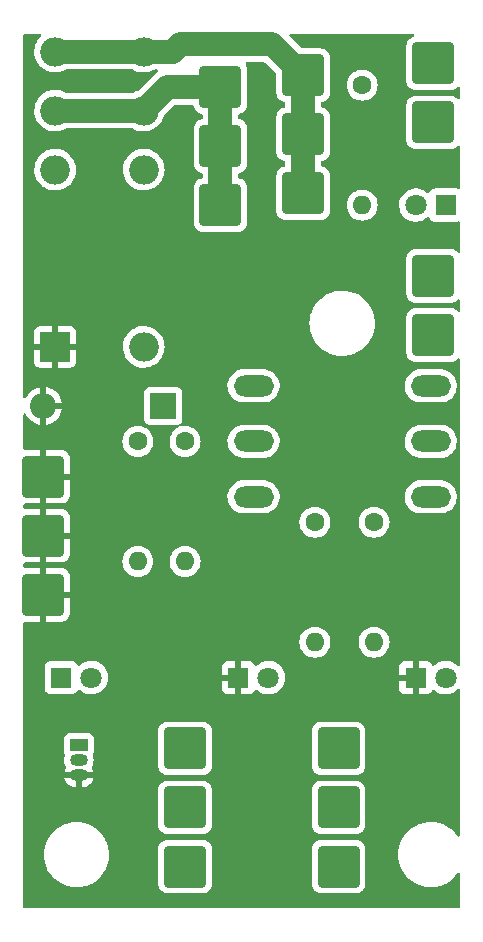
<source format=gbr>
%TF.GenerationSoftware,KiCad,Pcbnew,6.0.5*%
%TF.CreationDate,2022-09-21T01:14:05+02:00*%
%TF.ProjectId,ABS_Simulator_Panel,4142535f-5369-46d7-956c-61746f725f50,1.1*%
%TF.SameCoordinates,Original*%
%TF.FileFunction,Copper,L1,Top*%
%TF.FilePolarity,Positive*%
%FSLAX46Y46*%
G04 Gerber Fmt 4.6, Leading zero omitted, Abs format (unit mm)*
G04 Created by KiCad (PCBNEW 6.0.5) date 2022-09-21 01:14:05*
%MOMM*%
%LPD*%
G01*
G04 APERTURE LIST*
G04 Aperture macros list*
%AMRoundRect*
0 Rectangle with rounded corners*
0 $1 Rounding radius*
0 $2 $3 $4 $5 $6 $7 $8 $9 X,Y pos of 4 corners*
0 Add a 4 corners polygon primitive as box body*
4,1,4,$2,$3,$4,$5,$6,$7,$8,$9,$2,$3,0*
0 Add four circle primitives for the rounded corners*
1,1,$1+$1,$2,$3*
1,1,$1+$1,$4,$5*
1,1,$1+$1,$6,$7*
1,1,$1+$1,$8,$9*
0 Add four rect primitives between the rounded corners*
20,1,$1+$1,$2,$3,$4,$5,0*
20,1,$1+$1,$4,$5,$6,$7,0*
20,1,$1+$1,$6,$7,$8,$9,0*
20,1,$1+$1,$8,$9,$2,$3,0*%
G04 Aperture macros list end*
%TA.AperFunction,ComponentPad*%
%ADD10RoundRect,0.250002X-1.499998X-1.499998X1.499998X-1.499998X1.499998X1.499998X-1.499998X1.499998X0*%
%TD*%
%TA.AperFunction,ComponentPad*%
%ADD11C,1.600000*%
%TD*%
%TA.AperFunction,ComponentPad*%
%ADD12O,1.600000X1.600000*%
%TD*%
%TA.AperFunction,ComponentPad*%
%ADD13R,1.500000X1.050000*%
%TD*%
%TA.AperFunction,ComponentPad*%
%ADD14O,1.500000X1.050000*%
%TD*%
%TA.AperFunction,ComponentPad*%
%ADD15R,1.800000X1.800000*%
%TD*%
%TA.AperFunction,ComponentPad*%
%ADD16C,1.800000*%
%TD*%
%TA.AperFunction,ComponentPad*%
%ADD17O,3.400000X1.800000*%
%TD*%
%TA.AperFunction,ComponentPad*%
%ADD18R,2.200000X2.200000*%
%TD*%
%TA.AperFunction,ComponentPad*%
%ADD19O,2.200000X2.200000*%
%TD*%
%TA.AperFunction,ComponentPad*%
%ADD20R,2.500000X2.500000*%
%TD*%
%TA.AperFunction,ComponentPad*%
%ADD21O,2.500000X2.500000*%
%TD*%
%TA.AperFunction,Conductor*%
%ADD22C,2.000000*%
%TD*%
G04 APERTURE END LIST*
D10*
%TO.P,J10,1,Pin_1*%
%TO.N,/ABS Motor -*%
X86000000Y-73000000D03*
%TD*%
%TO.P,J8,1,Pin_1*%
%TO.N,/ABS Motor +*%
X86000000Y-60000000D03*
%TD*%
%TO.P,J5,1,Pin_1*%
%TO.N,GND*%
X53000000Y-95000000D03*
%TD*%
%TO.P,J12,1,Pin_1*%
%TO.N,/STP 16*%
X78000000Y-113000000D03*
%TD*%
D11*
%TO.P,R4,1*%
%TO.N,+12V*%
X61000000Y-87000000D03*
D12*
%TO.P,R4,2*%
%TO.N,/ABS LED*%
X61000000Y-97160000D03*
%TD*%
D10*
%TO.P,J11,1,Pin_1*%
%TO.N,/STP 16*%
X78000000Y-118000000D03*
%TD*%
D13*
%TO.P,Q1,1,C*%
%TO.N,/ABS BJT*%
X56000000Y-112730000D03*
D14*
%TO.P,Q1,2,B*%
%TO.N,/ABS*%
X56000000Y-114000000D03*
%TO.P,Q1,3,E*%
%TO.N,GND*%
X56000000Y-115270000D03*
%TD*%
D11*
%TO.P,R2,1*%
%TO.N,/STP 16*%
X76000000Y-93840000D03*
D12*
%TO.P,R2,2*%
%TO.N,/STP 16 LED*%
X76000000Y-104000000D03*
%TD*%
D10*
%TO.P,J6,1,Pin_1*%
%TO.N,GND*%
X53000000Y-90000000D03*
%TD*%
%TO.P,J19,1,Pin_1*%
%TO.N,/+12V ignition*%
X75000000Y-66000000D03*
%TD*%
D11*
%TO.P,R5,1*%
%TO.N,/ignition*%
X81000000Y-93840000D03*
D12*
%TO.P,R5,2*%
%TO.N,/ignition LED*%
X81000000Y-104000000D03*
%TD*%
D10*
%TO.P,J16,1,Pin_1*%
%TO.N,/ABS*%
X65000000Y-118000000D03*
%TD*%
%TO.P,J9,1,Pin_1*%
%TO.N,/ABS Motor -*%
X86000000Y-78000000D03*
%TD*%
%TO.P,J4,1,Pin_1*%
%TO.N,GND*%
X53000000Y-100000000D03*
%TD*%
D15*
%TO.P,D1,1,K*%
%TO.N,/ABS Motor -*%
X87070000Y-67000000D03*
D16*
%TO.P,D1,2,A*%
%TO.N,/ABS Motor LED*%
X84530000Y-67000000D03*
%TD*%
D15*
%TO.P,D3,1,K*%
%TO.N,/ABS BJT*%
X54530000Y-107000000D03*
D16*
%TO.P,D3,2,A*%
%TO.N,/ABS LED*%
X57070000Y-107000000D03*
%TD*%
D10*
%TO.P,J17,1,Pin_1*%
%TO.N,/+12V ignition*%
X75000000Y-56000000D03*
%TD*%
%TO.P,J18,1,Pin_1*%
%TO.N,/+12V ignition*%
X75000000Y-61000000D03*
%TD*%
%TO.P,J7,1,Pin_1*%
%TO.N,/ABS Motor +*%
X86000000Y-55000000D03*
%TD*%
D15*
%TO.P,D4,1,K*%
%TO.N,GND*%
X84530000Y-107000000D03*
D16*
%TO.P,D4,2,A*%
%TO.N,/ignition LED*%
X87070000Y-107000000D03*
%TD*%
D10*
%TO.P,J14,1,Pin_1*%
%TO.N,/ABS*%
X65000000Y-123000000D03*
%TD*%
D17*
%TO.P,SW1,1,A*%
%TO.N,unconnected-(SW1-Pad1)*%
X70800000Y-82300000D03*
%TO.P,SW1,2,B*%
%TO.N,+12V*%
X70800000Y-87000000D03*
%TO.P,SW1,3,C*%
%TO.N,/STP 16*%
X70800000Y-91700000D03*
%TD*%
D10*
%TO.P,J15,1,Pin_1*%
%TO.N,/ABS*%
X65000000Y-113000000D03*
%TD*%
%TO.P,J1,1,Pin_1*%
%TO.N,+12V RL1*%
X68000000Y-67000000D03*
%TD*%
D18*
%TO.P,D5,1,K*%
%TO.N,/ignition*%
X63160000Y-84000000D03*
D19*
%TO.P,D5,2,A*%
%TO.N,GND*%
X53000000Y-84000000D03*
%TD*%
D17*
%TO.P,SW2,1,A*%
%TO.N,unconnected-(SW2-Pad1)*%
X85800000Y-82300000D03*
%TO.P,SW2,2,B*%
%TO.N,+12V*%
X85800000Y-87000000D03*
%TO.P,SW2,3,C*%
%TO.N,/ignition*%
X85800000Y-91700000D03*
%TD*%
D10*
%TO.P,J3,1,Pin_1*%
%TO.N,+12V RL1*%
X68000000Y-57000000D03*
%TD*%
D11*
%TO.P,R1,1*%
%TO.N,/ABS Motor +*%
X80000000Y-56840000D03*
D12*
%TO.P,R1,2*%
%TO.N,/ABS Motor LED*%
X80000000Y-67000000D03*
%TD*%
D10*
%TO.P,J2,1,Pin_1*%
%TO.N,+12V RL1*%
X68000000Y-62000000D03*
%TD*%
D11*
%TO.P,R3,1*%
%TO.N,+12V*%
X65000000Y-87000000D03*
D12*
%TO.P,R3,2*%
%TO.N,/ABS*%
X65000000Y-97160000D03*
%TD*%
D10*
%TO.P,J13,1,Pin_1*%
%TO.N,/STP 16*%
X78000000Y-123000000D03*
%TD*%
D15*
%TO.P,D2,1,K*%
%TO.N,GND*%
X69525000Y-107000000D03*
D16*
%TO.P,D2,2,A*%
%TO.N,/STP 16 LED*%
X72065000Y-107000000D03*
%TD*%
D20*
%TO.P,RL1,1*%
%TO.N,GND*%
X54000000Y-79000000D03*
D21*
%TO.P,RL1,2*%
%TO.N,Net-(RL1-Pad2)*%
X54000000Y-64000000D03*
%TO.P,RL1,3*%
%TO.N,+12V RL1*%
X54000000Y-59000000D03*
%TO.P,RL1,4*%
%TO.N,/+12V ignition*%
X54000000Y-54000000D03*
%TO.P,RL1,5*%
X61500000Y-54000000D03*
%TO.P,RL1,6*%
%TO.N,+12V RL1*%
X61500000Y-59000000D03*
%TO.P,RL1,7*%
%TO.N,Net-(RL1-Pad2)*%
X61500000Y-64000000D03*
%TO.P,RL1,8*%
%TO.N,/ignition*%
X61500000Y-79000000D03*
%TD*%
D22*
%TO.N,+12V RL1*%
X68000000Y-57000000D02*
X63500000Y-57000000D01*
X68000000Y-62000000D02*
X68000000Y-67000000D01*
X63500000Y-57000000D02*
X61500000Y-59000000D01*
X68000000Y-57000000D02*
X68000000Y-62000000D01*
X54000000Y-59000000D02*
X61500000Y-59000000D01*
%TO.N,/+12V ignition*%
X75000000Y-56000000D02*
X75000000Y-66000000D01*
X61500000Y-54000000D02*
X64000000Y-54000000D01*
X64000000Y-54000000D02*
X64600480Y-53399520D01*
X64600480Y-53399520D02*
X72399520Y-53399520D01*
X72399520Y-53399520D02*
X75000000Y-56000000D01*
X54000000Y-54000000D02*
X61500000Y-54000000D01*
%TD*%
%TA.AperFunction,Conductor*%
%TO.N,GND*%
G36*
X52767829Y-52528502D02*
G01*
X52814322Y-52582158D01*
X52824426Y-52652432D01*
X52794932Y-52717012D01*
X52783614Y-52728499D01*
X52731494Y-52775018D01*
X52564363Y-52975970D01*
X52561934Y-52979973D01*
X52437999Y-53184212D01*
X52428771Y-53199419D01*
X52327697Y-53440455D01*
X52263359Y-53693783D01*
X52262891Y-53698434D01*
X52262890Y-53698438D01*
X52252245Y-53804159D01*
X52237173Y-53953839D01*
X52237397Y-53958505D01*
X52237397Y-53958511D01*
X52243443Y-54084373D01*
X52249713Y-54214908D01*
X52300704Y-54471256D01*
X52389026Y-54717252D01*
X52391242Y-54721376D01*
X52493076Y-54910899D01*
X52512737Y-54947491D01*
X52515532Y-54951234D01*
X52515534Y-54951237D01*
X52666330Y-55153177D01*
X52666335Y-55153183D01*
X52669122Y-55156915D01*
X52672431Y-55160195D01*
X52672436Y-55160201D01*
X52833683Y-55320046D01*
X52854743Y-55340923D01*
X52858505Y-55343681D01*
X52858508Y-55343684D01*
X53051037Y-55484852D01*
X53065524Y-55495474D01*
X53069667Y-55497654D01*
X53069669Y-55497655D01*
X53292684Y-55614989D01*
X53292689Y-55614991D01*
X53296834Y-55617172D01*
X53435254Y-55665511D01*
X53534447Y-55700151D01*
X53543590Y-55703344D01*
X53548183Y-55704216D01*
X53795785Y-55751224D01*
X53795788Y-55751224D01*
X53800374Y-55752095D01*
X53930959Y-55757226D01*
X54056875Y-55762174D01*
X54056881Y-55762174D01*
X54061543Y-55762357D01*
X54140977Y-55753657D01*
X54316707Y-55734412D01*
X54316712Y-55734411D01*
X54321360Y-55733902D01*
X54434116Y-55704216D01*
X54569594Y-55668548D01*
X54569596Y-55668547D01*
X54574117Y-55667357D01*
X54608856Y-55652432D01*
X54809976Y-55566024D01*
X54809982Y-55566021D01*
X54814262Y-55564182D01*
X54873773Y-55527356D01*
X54940076Y-55508500D01*
X60559158Y-55508500D01*
X60617825Y-55522992D01*
X60792688Y-55614992D01*
X60792702Y-55614998D01*
X60796834Y-55617172D01*
X60801242Y-55618711D01*
X60801248Y-55618714D01*
X61039174Y-55701802D01*
X61043590Y-55703344D01*
X61048183Y-55704216D01*
X61295785Y-55751224D01*
X61295788Y-55751224D01*
X61300374Y-55752095D01*
X61430959Y-55757226D01*
X61556875Y-55762174D01*
X61556881Y-55762174D01*
X61561543Y-55762357D01*
X61640977Y-55753657D01*
X61816707Y-55734412D01*
X61816712Y-55734411D01*
X61821360Y-55733902D01*
X61934116Y-55704216D01*
X62069594Y-55668548D01*
X62069596Y-55668547D01*
X62074117Y-55667357D01*
X62108856Y-55652432D01*
X62309976Y-55566024D01*
X62309982Y-55566021D01*
X62314262Y-55564182D01*
X62373773Y-55527356D01*
X62440076Y-55508500D01*
X62600116Y-55508500D01*
X62668237Y-55528502D01*
X62714730Y-55582158D01*
X62724834Y-55652432D01*
X62695340Y-55717012D01*
X62672750Y-55737458D01*
X62665406Y-55742639D01*
X62659914Y-55746301D01*
X62634418Y-55762357D01*
X62593433Y-55788167D01*
X62589644Y-55791508D01*
X62589638Y-55791512D01*
X62568783Y-55809898D01*
X62558088Y-55818344D01*
X62531253Y-55837274D01*
X62509750Y-55856909D01*
X62470034Y-55896625D01*
X62464264Y-55902044D01*
X62415142Y-55945350D01*
X62415139Y-55945353D01*
X62411345Y-55948698D01*
X62408135Y-55952606D01*
X62408134Y-55952607D01*
X62384821Y-55980989D01*
X62376551Y-55990108D01*
X61097191Y-57269468D01*
X61043354Y-57301339D01*
X60986828Y-57317815D01*
X60882433Y-57348243D01*
X60878180Y-57350203D01*
X60878179Y-57350204D01*
X60841659Y-57367040D01*
X60645072Y-57457668D01*
X60641160Y-57460233D01*
X60624934Y-57470871D01*
X60555848Y-57491500D01*
X54946539Y-57491500D01*
X54890811Y-57478506D01*
X54844588Y-57455711D01*
X54792953Y-57430247D01*
X54664781Y-57367040D01*
X54664778Y-57367039D01*
X54660593Y-57364975D01*
X54614449Y-57350204D01*
X54416123Y-57286720D01*
X54411665Y-57285293D01*
X54153693Y-57243279D01*
X54039942Y-57241790D01*
X53897022Y-57239919D01*
X53897019Y-57239919D01*
X53892345Y-57239858D01*
X53633362Y-57275104D01*
X53382433Y-57348243D01*
X53378180Y-57350203D01*
X53378179Y-57350204D01*
X53341659Y-57367040D01*
X53145072Y-57457668D01*
X53095024Y-57490481D01*
X52930404Y-57598410D01*
X52930399Y-57598414D01*
X52926491Y-57600976D01*
X52731494Y-57775018D01*
X52564363Y-57975970D01*
X52561934Y-57979973D01*
X52433204Y-58192114D01*
X52428771Y-58199419D01*
X52327697Y-58440455D01*
X52263359Y-58693783D01*
X52262891Y-58698434D01*
X52262890Y-58698438D01*
X52257230Y-58754654D01*
X52237173Y-58953839D01*
X52237397Y-58958505D01*
X52237397Y-58958511D01*
X52240972Y-59032929D01*
X52249713Y-59214908D01*
X52300704Y-59471256D01*
X52389026Y-59717252D01*
X52409123Y-59754654D01*
X52490822Y-59906704D01*
X52512737Y-59947491D01*
X52515532Y-59951234D01*
X52515534Y-59951237D01*
X52666330Y-60153177D01*
X52666335Y-60153183D01*
X52669122Y-60156915D01*
X52672431Y-60160195D01*
X52672436Y-60160201D01*
X52851088Y-60337300D01*
X52854743Y-60340923D01*
X52858505Y-60343681D01*
X52858508Y-60343684D01*
X53007418Y-60452869D01*
X53065524Y-60495474D01*
X53069667Y-60497654D01*
X53069669Y-60497655D01*
X53292684Y-60614989D01*
X53292689Y-60614991D01*
X53296834Y-60617172D01*
X53543590Y-60703344D01*
X53548183Y-60704216D01*
X53795785Y-60751224D01*
X53795788Y-60751224D01*
X53800374Y-60752095D01*
X53930959Y-60757226D01*
X54056875Y-60762174D01*
X54056881Y-60762174D01*
X54061543Y-60762357D01*
X54140977Y-60753657D01*
X54316707Y-60734412D01*
X54316712Y-60734411D01*
X54321360Y-60733902D01*
X54434116Y-60704216D01*
X54569594Y-60668548D01*
X54569596Y-60668547D01*
X54574117Y-60667357D01*
X54578414Y-60665511D01*
X54809976Y-60566024D01*
X54809982Y-60566021D01*
X54814262Y-60564182D01*
X54873773Y-60527356D01*
X54940076Y-60508500D01*
X60559158Y-60508500D01*
X60617825Y-60522992D01*
X60792688Y-60614992D01*
X60792702Y-60614998D01*
X60796834Y-60617172D01*
X60801242Y-60618711D01*
X60801248Y-60618714D01*
X61039174Y-60701802D01*
X61043590Y-60703344D01*
X61048183Y-60704216D01*
X61295785Y-60751224D01*
X61295788Y-60751224D01*
X61300374Y-60752095D01*
X61430959Y-60757226D01*
X61556875Y-60762174D01*
X61556881Y-60762174D01*
X61561543Y-60762357D01*
X61640977Y-60753657D01*
X61816707Y-60734412D01*
X61816712Y-60734411D01*
X61821360Y-60733902D01*
X61934116Y-60704216D01*
X62069594Y-60668548D01*
X62069596Y-60668547D01*
X62074117Y-60667357D01*
X62314262Y-60564182D01*
X62536519Y-60426646D01*
X62540082Y-60423629D01*
X62540087Y-60423626D01*
X62732439Y-60260787D01*
X62732440Y-60260786D01*
X62736005Y-60257768D01*
X62806606Y-60177263D01*
X62905257Y-60064774D01*
X62905261Y-60064769D01*
X62908339Y-60061259D01*
X62926562Y-60032929D01*
X63047205Y-59845367D01*
X63049733Y-59841437D01*
X63157083Y-59603129D01*
X63197996Y-59458064D01*
X63230170Y-59403171D01*
X64087936Y-58545405D01*
X64150248Y-58511379D01*
X64177031Y-58508500D01*
X65623550Y-58508500D01*
X65691671Y-58528502D01*
X65738164Y-58582158D01*
X65748877Y-58621496D01*
X65749090Y-58623550D01*
X65752474Y-58656165D01*
X65808450Y-58823945D01*
X65901522Y-58974347D01*
X66026698Y-59099305D01*
X66177263Y-59192114D01*
X66345140Y-59247797D01*
X66351973Y-59248497D01*
X66351977Y-59248498D01*
X66378343Y-59251199D01*
X66444070Y-59278040D01*
X66484852Y-59336156D01*
X66491500Y-59376543D01*
X66491500Y-59623550D01*
X66471498Y-59691671D01*
X66417842Y-59738164D01*
X66378504Y-59748877D01*
X66364122Y-59750369D01*
X66343835Y-59752474D01*
X66337302Y-59754654D01*
X66337300Y-59754654D01*
X66205261Y-59798706D01*
X66176055Y-59808450D01*
X66025653Y-59901522D01*
X65900695Y-60026698D01*
X65807886Y-60177263D01*
X65752203Y-60345140D01*
X65741500Y-60449601D01*
X65741501Y-63550398D01*
X65752474Y-63656165D01*
X65808450Y-63823945D01*
X65901522Y-63974347D01*
X66026698Y-64099305D01*
X66177263Y-64192114D01*
X66345140Y-64247797D01*
X66351973Y-64248497D01*
X66351977Y-64248498D01*
X66378343Y-64251199D01*
X66444070Y-64278040D01*
X66484852Y-64336156D01*
X66491500Y-64376543D01*
X66491500Y-64623550D01*
X66471498Y-64691671D01*
X66417842Y-64738164D01*
X66378504Y-64748877D01*
X66364122Y-64750369D01*
X66343835Y-64752474D01*
X66337302Y-64754654D01*
X66337300Y-64754654D01*
X66205261Y-64798706D01*
X66176055Y-64808450D01*
X66025653Y-64901522D01*
X65900695Y-65026698D01*
X65807886Y-65177263D01*
X65752203Y-65345140D01*
X65741500Y-65449601D01*
X65741501Y-68550398D01*
X65752474Y-68656165D01*
X65808450Y-68823945D01*
X65901522Y-68974347D01*
X66026698Y-69099305D01*
X66177263Y-69192114D01*
X66345140Y-69247797D01*
X66351973Y-69248497D01*
X66351977Y-69248498D01*
X66407853Y-69254222D01*
X66449601Y-69258500D01*
X67988044Y-69258500D01*
X69550398Y-69258499D01*
X69656165Y-69247526D01*
X69662698Y-69245346D01*
X69662700Y-69245346D01*
X69794739Y-69201294D01*
X69823945Y-69191550D01*
X69974347Y-69098478D01*
X70099305Y-68973302D01*
X70192114Y-68822737D01*
X70247797Y-68654860D01*
X70258500Y-68550399D01*
X70258499Y-65449602D01*
X70247526Y-65343835D01*
X70191550Y-65176055D01*
X70098478Y-65025653D01*
X69973302Y-64900695D01*
X69822737Y-64807886D01*
X69654860Y-64752203D01*
X69648027Y-64751503D01*
X69648023Y-64751502D01*
X69621657Y-64748801D01*
X69555930Y-64721960D01*
X69515148Y-64663844D01*
X69508500Y-64623457D01*
X69508500Y-64376450D01*
X69528502Y-64308329D01*
X69582158Y-64261836D01*
X69621496Y-64251123D01*
X69635878Y-64249631D01*
X69656165Y-64247526D01*
X69662698Y-64245346D01*
X69662700Y-64245346D01*
X69794739Y-64201294D01*
X69823945Y-64191550D01*
X69974347Y-64098478D01*
X70099305Y-63973302D01*
X70192114Y-63822737D01*
X70197805Y-63805581D01*
X70244817Y-63663844D01*
X70247797Y-63654860D01*
X70258500Y-63550399D01*
X70258499Y-60449602D01*
X70247526Y-60343835D01*
X70191550Y-60176055D01*
X70098478Y-60025653D01*
X69973302Y-59900695D01*
X69822737Y-59807886D01*
X69654860Y-59752203D01*
X69648027Y-59751503D01*
X69648023Y-59751502D01*
X69621657Y-59748801D01*
X69555930Y-59721960D01*
X69515148Y-59663844D01*
X69508500Y-59623457D01*
X69508500Y-59376450D01*
X69528502Y-59308329D01*
X69582158Y-59261836D01*
X69621496Y-59251123D01*
X69635878Y-59249631D01*
X69656165Y-59247526D01*
X69662698Y-59245346D01*
X69662700Y-59245346D01*
X69794739Y-59201294D01*
X69823945Y-59191550D01*
X69974347Y-59098478D01*
X70099305Y-58973302D01*
X70192114Y-58822737D01*
X70197805Y-58805581D01*
X70244817Y-58663844D01*
X70247797Y-58654860D01*
X70251216Y-58621496D01*
X70258172Y-58553597D01*
X70258500Y-58550399D01*
X70258499Y-55449602D01*
X70247526Y-55343835D01*
X70239590Y-55320046D01*
X70193868Y-55183003D01*
X70191550Y-55176055D01*
X70144684Y-55100321D01*
X70125847Y-55031872D01*
X70147008Y-54964102D01*
X70201448Y-54918531D01*
X70251829Y-54908020D01*
X71722489Y-54908020D01*
X71790610Y-54928022D01*
X71811584Y-54944925D01*
X72704595Y-55837936D01*
X72738621Y-55900248D01*
X72741500Y-55927031D01*
X72741501Y-57550398D01*
X72752474Y-57656165D01*
X72754654Y-57662698D01*
X72754654Y-57662700D01*
X72781057Y-57741839D01*
X72808450Y-57823945D01*
X72901522Y-57974347D01*
X73026698Y-58099305D01*
X73177263Y-58192114D01*
X73184211Y-58194419D01*
X73184212Y-58194419D01*
X73212293Y-58203733D01*
X73345140Y-58247797D01*
X73351973Y-58248497D01*
X73351977Y-58248498D01*
X73378343Y-58251199D01*
X73444070Y-58278040D01*
X73484852Y-58336156D01*
X73491500Y-58376543D01*
X73491500Y-58623550D01*
X73471498Y-58691671D01*
X73417842Y-58738164D01*
X73378504Y-58748877D01*
X73364122Y-58750369D01*
X73343835Y-58752474D01*
X73337302Y-58754654D01*
X73337300Y-58754654D01*
X73205261Y-58798706D01*
X73176055Y-58808450D01*
X73025653Y-58901522D01*
X72900695Y-59026698D01*
X72807886Y-59177263D01*
X72805581Y-59184211D01*
X72805581Y-59184212D01*
X72784491Y-59247797D01*
X72752203Y-59345140D01*
X72741500Y-59449601D01*
X72741501Y-62550398D01*
X72752474Y-62656165D01*
X72808450Y-62823945D01*
X72901522Y-62974347D01*
X73026698Y-63099305D01*
X73177263Y-63192114D01*
X73184211Y-63194419D01*
X73184212Y-63194419D01*
X73212293Y-63203733D01*
X73345140Y-63247797D01*
X73351973Y-63248497D01*
X73351977Y-63248498D01*
X73378343Y-63251199D01*
X73444070Y-63278040D01*
X73484852Y-63336156D01*
X73491500Y-63376543D01*
X73491500Y-63623550D01*
X73471498Y-63691671D01*
X73417842Y-63738164D01*
X73378504Y-63748877D01*
X73364122Y-63750369D01*
X73343835Y-63752474D01*
X73337302Y-63754654D01*
X73337300Y-63754654D01*
X73205261Y-63798706D01*
X73176055Y-63808450D01*
X73025653Y-63901522D01*
X72900695Y-64026698D01*
X72807886Y-64177263D01*
X72805581Y-64184211D01*
X72805581Y-64184212D01*
X72784491Y-64247797D01*
X72752203Y-64345140D01*
X72751503Y-64351973D01*
X72751502Y-64351977D01*
X72748995Y-64376450D01*
X72741500Y-64449601D01*
X72741501Y-67550398D01*
X72752474Y-67656165D01*
X72808450Y-67823945D01*
X72901522Y-67974347D01*
X73026698Y-68099305D01*
X73177263Y-68192114D01*
X73345140Y-68247797D01*
X73351973Y-68248497D01*
X73351977Y-68248498D01*
X73407853Y-68254222D01*
X73449601Y-68258500D01*
X74988044Y-68258500D01*
X76550398Y-68258499D01*
X76656165Y-68247526D01*
X76662698Y-68245346D01*
X76662700Y-68245346D01*
X76794739Y-68201294D01*
X76823945Y-68191550D01*
X76974347Y-68098478D01*
X77099305Y-67973302D01*
X77192114Y-67822737D01*
X77247797Y-67654860D01*
X77249152Y-67641641D01*
X77254222Y-67592147D01*
X77258500Y-67550399D01*
X77258500Y-67000000D01*
X78686502Y-67000000D01*
X78706457Y-67228087D01*
X78707881Y-67233400D01*
X78707881Y-67233402D01*
X78759871Y-67427428D01*
X78765716Y-67449243D01*
X78768039Y-67454224D01*
X78768039Y-67454225D01*
X78860151Y-67651762D01*
X78860154Y-67651767D01*
X78862477Y-67656749D01*
X78866644Y-67662700D01*
X78984012Y-67830318D01*
X78993802Y-67844300D01*
X79155700Y-68006198D01*
X79160208Y-68009355D01*
X79160211Y-68009357D01*
X79238389Y-68064098D01*
X79343251Y-68137523D01*
X79348233Y-68139846D01*
X79348238Y-68139849D01*
X79507238Y-68213991D01*
X79550757Y-68234284D01*
X79556065Y-68235706D01*
X79556067Y-68235707D01*
X79766598Y-68292119D01*
X79766600Y-68292119D01*
X79771913Y-68293543D01*
X80000000Y-68313498D01*
X80228087Y-68293543D01*
X80233400Y-68292119D01*
X80233402Y-68292119D01*
X80443933Y-68235707D01*
X80443935Y-68235706D01*
X80449243Y-68234284D01*
X80492762Y-68213991D01*
X80651762Y-68139849D01*
X80651767Y-68139846D01*
X80656749Y-68137523D01*
X80761611Y-68064098D01*
X80839789Y-68009357D01*
X80839792Y-68009355D01*
X80844300Y-68006198D01*
X81006198Y-67844300D01*
X81015989Y-67830318D01*
X81133356Y-67662700D01*
X81137523Y-67656749D01*
X81139846Y-67651767D01*
X81139849Y-67651762D01*
X81231961Y-67454225D01*
X81231961Y-67454224D01*
X81234284Y-67449243D01*
X81240130Y-67427428D01*
X81292119Y-67233402D01*
X81292119Y-67233400D01*
X81293543Y-67228087D01*
X81313498Y-67000000D01*
X81293543Y-66771913D01*
X81285073Y-66740301D01*
X81235707Y-66556067D01*
X81235706Y-66556065D01*
X81234284Y-66550757D01*
X81214020Y-66507301D01*
X81139849Y-66348238D01*
X81139846Y-66348233D01*
X81137523Y-66343251D01*
X81006198Y-66155700D01*
X80844300Y-65993802D01*
X80839792Y-65990645D01*
X80839789Y-65990643D01*
X80734481Y-65916906D01*
X80656749Y-65862477D01*
X80651767Y-65860154D01*
X80651762Y-65860151D01*
X80454225Y-65768039D01*
X80454224Y-65768039D01*
X80449243Y-65765716D01*
X80443935Y-65764294D01*
X80443933Y-65764293D01*
X80233402Y-65707881D01*
X80233400Y-65707881D01*
X80228087Y-65706457D01*
X80000000Y-65686502D01*
X79771913Y-65706457D01*
X79766600Y-65707881D01*
X79766598Y-65707881D01*
X79556067Y-65764293D01*
X79556065Y-65764294D01*
X79550757Y-65765716D01*
X79545776Y-65768039D01*
X79545775Y-65768039D01*
X79348238Y-65860151D01*
X79348233Y-65860154D01*
X79343251Y-65862477D01*
X79265519Y-65916906D01*
X79160211Y-65990643D01*
X79160208Y-65990645D01*
X79155700Y-65993802D01*
X78993802Y-66155700D01*
X78862477Y-66343251D01*
X78860154Y-66348233D01*
X78860151Y-66348238D01*
X78785980Y-66507301D01*
X78765716Y-66550757D01*
X78764294Y-66556065D01*
X78764293Y-66556067D01*
X78714927Y-66740301D01*
X78706457Y-66771913D01*
X78686502Y-67000000D01*
X77258500Y-67000000D01*
X77258499Y-64449602D01*
X77247526Y-64343835D01*
X77191550Y-64176055D01*
X77098478Y-64025653D01*
X76973302Y-63900695D01*
X76822737Y-63807886D01*
X76654860Y-63752203D01*
X76648027Y-63751503D01*
X76648023Y-63751502D01*
X76621657Y-63748801D01*
X76555930Y-63721960D01*
X76515148Y-63663844D01*
X76508500Y-63623457D01*
X76508500Y-63376450D01*
X76528502Y-63308329D01*
X76582158Y-63261836D01*
X76621496Y-63251123D01*
X76635878Y-63249631D01*
X76656165Y-63247526D01*
X76662698Y-63245346D01*
X76662700Y-63245346D01*
X76812339Y-63195422D01*
X76823945Y-63191550D01*
X76974347Y-63098478D01*
X77099305Y-62973302D01*
X77192114Y-62822737D01*
X77247797Y-62654860D01*
X77258500Y-62550399D01*
X77258499Y-59449602D01*
X77247526Y-59343835D01*
X77191550Y-59176055D01*
X77098478Y-59025653D01*
X76973302Y-58900695D01*
X76822737Y-58807886D01*
X76654860Y-58752203D01*
X76648027Y-58751503D01*
X76648023Y-58751502D01*
X76621657Y-58748801D01*
X76555930Y-58721960D01*
X76515148Y-58663844D01*
X76508500Y-58623457D01*
X76508500Y-58376450D01*
X76528502Y-58308329D01*
X76582158Y-58261836D01*
X76621496Y-58251123D01*
X76635878Y-58249631D01*
X76656165Y-58247526D01*
X76662698Y-58245346D01*
X76662700Y-58245346D01*
X76812339Y-58195422D01*
X76823945Y-58191550D01*
X76974347Y-58098478D01*
X77099305Y-57973302D01*
X77192114Y-57822737D01*
X77197805Y-57805581D01*
X77239528Y-57679789D01*
X77247797Y-57654860D01*
X77258500Y-57550399D01*
X77258500Y-56840000D01*
X78686502Y-56840000D01*
X78706457Y-57068087D01*
X78707881Y-57073400D01*
X78707881Y-57073402D01*
X78761759Y-57274474D01*
X78765716Y-57289243D01*
X78768039Y-57294224D01*
X78768039Y-57294225D01*
X78860151Y-57491762D01*
X78860154Y-57491767D01*
X78862477Y-57496749D01*
X78933661Y-57598410D01*
X78974102Y-57656165D01*
X78993802Y-57684300D01*
X79155700Y-57846198D01*
X79160208Y-57849355D01*
X79160211Y-57849357D01*
X79228044Y-57896854D01*
X79343251Y-57977523D01*
X79348233Y-57979846D01*
X79348238Y-57979849D01*
X79462070Y-58032929D01*
X79550757Y-58074284D01*
X79556065Y-58075706D01*
X79556067Y-58075707D01*
X79766598Y-58132119D01*
X79766600Y-58132119D01*
X79771913Y-58133543D01*
X80000000Y-58153498D01*
X80228087Y-58133543D01*
X80233400Y-58132119D01*
X80233402Y-58132119D01*
X80443933Y-58075707D01*
X80443935Y-58075706D01*
X80449243Y-58074284D01*
X80537930Y-58032929D01*
X80651762Y-57979849D01*
X80651767Y-57979846D01*
X80656749Y-57977523D01*
X80771956Y-57896854D01*
X80839789Y-57849357D01*
X80839792Y-57849355D01*
X80844300Y-57846198D01*
X81006198Y-57684300D01*
X81025899Y-57656165D01*
X81066339Y-57598410D01*
X81137523Y-57496749D01*
X81139846Y-57491767D01*
X81139849Y-57491762D01*
X81231961Y-57294225D01*
X81231961Y-57294224D01*
X81234284Y-57289243D01*
X81238242Y-57274474D01*
X81292119Y-57073402D01*
X81292119Y-57073400D01*
X81293543Y-57068087D01*
X81313498Y-56840000D01*
X81293543Y-56611913D01*
X81234284Y-56390757D01*
X81231961Y-56385775D01*
X81139849Y-56188238D01*
X81139846Y-56188233D01*
X81137523Y-56183251D01*
X81006198Y-55995700D01*
X80844300Y-55833802D01*
X80839792Y-55830645D01*
X80839789Y-55830643D01*
X80727872Y-55752278D01*
X80656749Y-55702477D01*
X80651767Y-55700154D01*
X80651762Y-55700151D01*
X80454225Y-55608039D01*
X80454224Y-55608039D01*
X80449243Y-55605716D01*
X80443935Y-55604294D01*
X80443933Y-55604293D01*
X80233402Y-55547881D01*
X80233400Y-55547881D01*
X80228087Y-55546457D01*
X80000000Y-55526502D01*
X79771913Y-55546457D01*
X79766600Y-55547881D01*
X79766598Y-55547881D01*
X79556067Y-55604293D01*
X79556065Y-55604294D01*
X79550757Y-55605716D01*
X79545776Y-55608039D01*
X79545775Y-55608039D01*
X79348238Y-55700151D01*
X79348233Y-55700154D01*
X79343251Y-55702477D01*
X79272128Y-55752278D01*
X79160211Y-55830643D01*
X79160208Y-55830645D01*
X79155700Y-55833802D01*
X78993802Y-55995700D01*
X78862477Y-56183251D01*
X78860154Y-56188233D01*
X78860151Y-56188238D01*
X78768039Y-56385775D01*
X78765716Y-56390757D01*
X78706457Y-56611913D01*
X78686502Y-56840000D01*
X77258500Y-56840000D01*
X77258499Y-54449602D01*
X77247526Y-54343835D01*
X77191550Y-54176055D01*
X77098478Y-54025653D01*
X76973302Y-53900695D01*
X76822737Y-53807886D01*
X76654860Y-53752203D01*
X76648027Y-53751503D01*
X76648023Y-53751502D01*
X76592147Y-53745778D01*
X76550399Y-53741500D01*
X76453114Y-53741500D01*
X74927032Y-53741501D01*
X74858911Y-53721499D01*
X74837937Y-53704596D01*
X73856936Y-52723595D01*
X73822910Y-52661283D01*
X73827975Y-52590468D01*
X73870522Y-52533632D01*
X73937042Y-52508821D01*
X73946031Y-52508500D01*
X84299313Y-52508500D01*
X84367434Y-52528502D01*
X84413927Y-52582158D01*
X84424031Y-52652432D01*
X84394537Y-52717012D01*
X84339189Y-52754024D01*
X84176055Y-52808450D01*
X84025653Y-52901522D01*
X83900695Y-53026698D01*
X83807886Y-53177263D01*
X83752203Y-53345140D01*
X83741500Y-53449601D01*
X83741501Y-56550398D01*
X83752474Y-56656165D01*
X83808450Y-56823945D01*
X83901522Y-56974347D01*
X84026698Y-57099305D01*
X84177263Y-57192114D01*
X84345140Y-57247797D01*
X84351973Y-57248497D01*
X84351977Y-57248498D01*
X84407853Y-57254222D01*
X84449601Y-57258500D01*
X85988044Y-57258500D01*
X87550398Y-57258499D01*
X87656165Y-57247526D01*
X87662698Y-57245346D01*
X87662700Y-57245346D01*
X87794739Y-57201294D01*
X87823945Y-57191550D01*
X87974347Y-57098478D01*
X88076327Y-56996320D01*
X88138609Y-56962241D01*
X88209430Y-56967244D01*
X88266302Y-57009741D01*
X88291171Y-57076240D01*
X88291500Y-57085338D01*
X88291500Y-57914522D01*
X88271498Y-57982643D01*
X88217842Y-58029136D01*
X88147568Y-58039240D01*
X88082988Y-58009746D01*
X88076482Y-58003695D01*
X87978482Y-57905866D01*
X87973302Y-57900695D01*
X87822737Y-57807886D01*
X87654860Y-57752203D01*
X87648027Y-57751503D01*
X87648023Y-57751502D01*
X87592147Y-57745778D01*
X87550399Y-57741500D01*
X86011956Y-57741500D01*
X84449602Y-57741501D01*
X84343835Y-57752474D01*
X84337302Y-57754654D01*
X84337300Y-57754654D01*
X84265493Y-57778611D01*
X84176055Y-57808450D01*
X84025653Y-57901522D01*
X83900695Y-58026698D01*
X83807886Y-58177263D01*
X83805581Y-58184211D01*
X83805581Y-58184212D01*
X83784491Y-58247797D01*
X83752203Y-58345140D01*
X83741500Y-58449601D01*
X83741501Y-61550398D01*
X83752474Y-61656165D01*
X83808450Y-61823945D01*
X83901522Y-61974347D01*
X84026698Y-62099305D01*
X84177263Y-62192114D01*
X84345140Y-62247797D01*
X84351973Y-62248497D01*
X84351977Y-62248498D01*
X84407853Y-62254222D01*
X84449601Y-62258500D01*
X85988044Y-62258500D01*
X87550398Y-62258499D01*
X87656165Y-62247526D01*
X87662698Y-62245346D01*
X87662700Y-62245346D01*
X87794739Y-62201294D01*
X87823945Y-62191550D01*
X87974347Y-62098478D01*
X88076327Y-61996320D01*
X88138609Y-61962241D01*
X88209430Y-61967244D01*
X88266302Y-62009741D01*
X88291171Y-62076240D01*
X88291500Y-62085338D01*
X88291500Y-65495626D01*
X88271498Y-65563747D01*
X88217842Y-65610240D01*
X88147568Y-65620344D01*
X88121270Y-65613608D01*
X88112286Y-65610240D01*
X88080316Y-65598255D01*
X88018134Y-65591500D01*
X86121866Y-65591500D01*
X86059684Y-65598255D01*
X85923295Y-65649385D01*
X85806739Y-65736739D01*
X85719385Y-65853295D01*
X85716233Y-65861704D01*
X85716232Y-65861705D01*
X85695538Y-65916906D01*
X85652897Y-65973671D01*
X85586335Y-65998371D01*
X85516986Y-65983164D01*
X85494167Y-65966666D01*
X85493887Y-65966358D01*
X85366348Y-65865634D01*
X85316177Y-65826011D01*
X85316172Y-65826008D01*
X85312123Y-65822810D01*
X85307607Y-65820317D01*
X85307604Y-65820315D01*
X85113879Y-65713373D01*
X85113875Y-65713371D01*
X85109355Y-65710876D01*
X85104486Y-65709152D01*
X85104482Y-65709150D01*
X84895903Y-65635288D01*
X84895899Y-65635287D01*
X84891028Y-65633562D01*
X84885935Y-65632655D01*
X84885932Y-65632654D01*
X84668095Y-65593851D01*
X84668089Y-65593850D01*
X84663006Y-65592945D01*
X84590096Y-65592054D01*
X84436581Y-65590179D01*
X84436579Y-65590179D01*
X84431411Y-65590116D01*
X84202464Y-65625150D01*
X83982314Y-65697106D01*
X83977726Y-65699494D01*
X83977722Y-65699496D01*
X83781461Y-65801663D01*
X83776872Y-65804052D01*
X83772739Y-65807155D01*
X83772736Y-65807157D01*
X83595790Y-65940012D01*
X83591655Y-65943117D01*
X83431639Y-66110564D01*
X83301119Y-66301899D01*
X83203602Y-66511981D01*
X83141707Y-66735169D01*
X83117095Y-66965469D01*
X83117392Y-66970622D01*
X83117392Y-66970625D01*
X83130129Y-67191529D01*
X83130427Y-67196697D01*
X83131564Y-67201743D01*
X83131565Y-67201749D01*
X83163741Y-67344523D01*
X83181346Y-67422642D01*
X83183288Y-67427424D01*
X83183289Y-67427428D01*
X83234521Y-67553597D01*
X83268484Y-67637237D01*
X83389501Y-67834719D01*
X83541147Y-68009784D01*
X83719349Y-68157730D01*
X83919322Y-68274584D01*
X84135694Y-68357209D01*
X84140760Y-68358240D01*
X84140761Y-68358240D01*
X84193846Y-68369040D01*
X84362656Y-68403385D01*
X84492089Y-68408131D01*
X84588949Y-68411683D01*
X84588953Y-68411683D01*
X84594113Y-68411872D01*
X84599233Y-68411216D01*
X84599235Y-68411216D01*
X84673166Y-68401745D01*
X84823847Y-68382442D01*
X84828795Y-68380957D01*
X84828802Y-68380956D01*
X85040747Y-68317369D01*
X85045690Y-68315886D01*
X85050565Y-68313498D01*
X85249049Y-68216262D01*
X85249052Y-68216260D01*
X85253684Y-68213991D01*
X85442243Y-68079494D01*
X85487309Y-68034585D01*
X85549681Y-68000669D01*
X85620487Y-68005857D01*
X85677249Y-68048503D01*
X85694231Y-68079607D01*
X85701616Y-68099305D01*
X85719385Y-68146705D01*
X85806739Y-68263261D01*
X85923295Y-68350615D01*
X86059684Y-68401745D01*
X86121866Y-68408500D01*
X88018134Y-68408500D01*
X88080316Y-68401745D01*
X88121270Y-68386392D01*
X88192078Y-68381209D01*
X88254447Y-68415130D01*
X88288576Y-68477385D01*
X88291500Y-68504374D01*
X88291500Y-70914522D01*
X88271498Y-70982643D01*
X88217842Y-71029136D01*
X88147568Y-71039240D01*
X88082988Y-71009746D01*
X88076482Y-71003695D01*
X87978482Y-70905866D01*
X87973302Y-70900695D01*
X87822737Y-70807886D01*
X87654860Y-70752203D01*
X87648027Y-70751503D01*
X87648023Y-70751502D01*
X87592147Y-70745778D01*
X87550399Y-70741500D01*
X86011956Y-70741500D01*
X84449602Y-70741501D01*
X84343835Y-70752474D01*
X84337302Y-70754654D01*
X84337300Y-70754654D01*
X84205261Y-70798706D01*
X84176055Y-70808450D01*
X84025653Y-70901522D01*
X83900695Y-71026698D01*
X83807886Y-71177263D01*
X83752203Y-71345140D01*
X83741500Y-71449601D01*
X83741501Y-74550398D01*
X83752474Y-74656165D01*
X83808450Y-74823945D01*
X83901522Y-74974347D01*
X84026698Y-75099305D01*
X84177263Y-75192114D01*
X84345140Y-75247797D01*
X84351973Y-75248497D01*
X84351977Y-75248498D01*
X84407853Y-75254222D01*
X84449601Y-75258500D01*
X85988044Y-75258500D01*
X87550398Y-75258499D01*
X87656165Y-75247526D01*
X87662698Y-75245346D01*
X87662700Y-75245346D01*
X87794739Y-75201294D01*
X87823945Y-75191550D01*
X87974347Y-75098478D01*
X88076327Y-74996320D01*
X88138609Y-74962241D01*
X88209430Y-74967244D01*
X88266302Y-75009741D01*
X88291171Y-75076240D01*
X88291500Y-75085338D01*
X88291500Y-75914522D01*
X88271498Y-75982643D01*
X88217842Y-76029136D01*
X88147568Y-76039240D01*
X88082988Y-76009746D01*
X88076482Y-76003695D01*
X87978482Y-75905866D01*
X87973302Y-75900695D01*
X87822737Y-75807886D01*
X87654860Y-75752203D01*
X87648027Y-75751503D01*
X87648023Y-75751502D01*
X87592147Y-75745778D01*
X87550399Y-75741500D01*
X86011956Y-75741500D01*
X84449602Y-75741501D01*
X84343835Y-75752474D01*
X84337302Y-75754654D01*
X84337300Y-75754654D01*
X84205261Y-75798706D01*
X84176055Y-75808450D01*
X84025653Y-75901522D01*
X83900695Y-76026698D01*
X83807886Y-76177263D01*
X83752203Y-76345140D01*
X83751503Y-76351973D01*
X83751502Y-76351977D01*
X83745778Y-76407853D01*
X83741500Y-76449601D01*
X83741501Y-79550398D01*
X83752474Y-79656165D01*
X83754654Y-79662698D01*
X83754654Y-79662700D01*
X83759572Y-79677441D01*
X83808450Y-79823945D01*
X83901522Y-79974347D01*
X84026698Y-80099305D01*
X84177263Y-80192114D01*
X84345140Y-80247797D01*
X84351973Y-80248497D01*
X84351977Y-80248498D01*
X84407853Y-80254222D01*
X84449601Y-80258500D01*
X85988044Y-80258500D01*
X87550398Y-80258499D01*
X87656165Y-80247526D01*
X87662698Y-80245346D01*
X87662700Y-80245346D01*
X87794739Y-80201294D01*
X87823945Y-80191550D01*
X87974347Y-80098478D01*
X88076327Y-79996320D01*
X88138609Y-79962241D01*
X88209430Y-79967244D01*
X88266302Y-80009741D01*
X88291171Y-80076240D01*
X88291500Y-80085338D01*
X88291500Y-105923781D01*
X88271498Y-105991902D01*
X88217842Y-106038395D01*
X88147568Y-106048499D01*
X88082988Y-106019005D01*
X88072306Y-106008580D01*
X88070831Y-106006959D01*
X88033887Y-105966358D01*
X88029836Y-105963159D01*
X88029832Y-105963155D01*
X87856177Y-105826011D01*
X87856172Y-105826008D01*
X87852123Y-105822810D01*
X87847607Y-105820317D01*
X87847604Y-105820315D01*
X87653879Y-105713373D01*
X87653875Y-105713371D01*
X87649355Y-105710876D01*
X87644486Y-105709152D01*
X87644482Y-105709150D01*
X87435903Y-105635288D01*
X87435899Y-105635287D01*
X87431028Y-105633562D01*
X87425935Y-105632655D01*
X87425932Y-105632654D01*
X87208095Y-105593851D01*
X87208089Y-105593850D01*
X87203006Y-105592945D01*
X87125644Y-105592000D01*
X86976581Y-105590179D01*
X86976579Y-105590179D01*
X86971411Y-105590116D01*
X86742464Y-105625150D01*
X86522314Y-105697106D01*
X86517726Y-105699494D01*
X86517722Y-105699496D01*
X86321461Y-105801663D01*
X86316872Y-105804052D01*
X86312739Y-105807155D01*
X86312736Y-105807157D01*
X86157408Y-105923781D01*
X86131655Y-105943117D01*
X86123032Y-105952141D01*
X86113787Y-105961815D01*
X86052263Y-105997245D01*
X85981351Y-105993788D01*
X85923564Y-105952543D01*
X85904711Y-105918994D01*
X85883324Y-105861946D01*
X85874786Y-105846351D01*
X85798285Y-105744276D01*
X85785724Y-105731715D01*
X85683649Y-105655214D01*
X85668054Y-105646676D01*
X85547606Y-105601522D01*
X85532351Y-105597895D01*
X85481486Y-105592369D01*
X85474672Y-105592000D01*
X84802115Y-105592000D01*
X84786876Y-105596475D01*
X84785671Y-105597865D01*
X84784000Y-105605548D01*
X84784000Y-108389884D01*
X84788475Y-108405123D01*
X84789865Y-108406328D01*
X84797548Y-108407999D01*
X85474669Y-108407999D01*
X85481490Y-108407629D01*
X85532352Y-108402105D01*
X85547604Y-108398479D01*
X85668054Y-108353324D01*
X85683649Y-108344786D01*
X85785724Y-108268285D01*
X85798285Y-108255724D01*
X85874786Y-108153649D01*
X85883324Y-108138054D01*
X85904773Y-108080840D01*
X85947415Y-108024075D01*
X86013977Y-107999376D01*
X86083325Y-108014584D01*
X86103240Y-108028126D01*
X86167142Y-108081178D01*
X86259349Y-108157730D01*
X86459322Y-108274584D01*
X86675694Y-108357209D01*
X86680760Y-108358240D01*
X86680761Y-108358240D01*
X86733846Y-108369040D01*
X86902656Y-108403385D01*
X87032089Y-108408131D01*
X87128949Y-108411683D01*
X87128953Y-108411683D01*
X87134113Y-108411872D01*
X87139233Y-108411216D01*
X87139235Y-108411216D01*
X87213166Y-108401745D01*
X87363847Y-108382442D01*
X87368795Y-108380957D01*
X87368802Y-108380956D01*
X87580747Y-108317369D01*
X87585690Y-108315886D01*
X87666236Y-108276427D01*
X87789049Y-108216262D01*
X87789052Y-108216260D01*
X87793684Y-108213991D01*
X87982243Y-108079494D01*
X88076561Y-107985505D01*
X88138931Y-107951589D01*
X88209738Y-107956777D01*
X88266500Y-107999423D01*
X88291194Y-108065986D01*
X88291500Y-108074756D01*
X88291500Y-120343857D01*
X88271498Y-120411978D01*
X88217842Y-120458471D01*
X88147568Y-120468575D01*
X88082988Y-120439081D01*
X88065739Y-120420822D01*
X87940255Y-120258172D01*
X87882504Y-120183316D01*
X87649171Y-119946288D01*
X87389051Y-119739009D01*
X87105914Y-119564481D01*
X86803860Y-119425232D01*
X86800260Y-119424073D01*
X86800253Y-119424070D01*
X86490874Y-119324442D01*
X86490871Y-119324441D01*
X86487265Y-119323280D01*
X86483549Y-119322561D01*
X86483541Y-119322559D01*
X86164433Y-119260819D01*
X86164427Y-119260818D01*
X86160715Y-119260100D01*
X86156939Y-119259833D01*
X86156934Y-119259832D01*
X86056233Y-119252703D01*
X85898006Y-119241500D01*
X85716365Y-119241500D01*
X85714499Y-119241612D01*
X85714482Y-119241613D01*
X85471772Y-119256245D01*
X85471765Y-119256246D01*
X85467997Y-119256473D01*
X85283599Y-119290151D01*
X85144530Y-119315549D01*
X85144525Y-119315550D01*
X85140803Y-119316230D01*
X85137191Y-119317351D01*
X85137185Y-119317353D01*
X84917173Y-119385668D01*
X84823157Y-119414861D01*
X84519662Y-119550939D01*
X84378555Y-119635892D01*
X84237966Y-119720534D01*
X84237960Y-119720538D01*
X84234713Y-119722493D01*
X84231729Y-119724820D01*
X84231722Y-119724825D01*
X83975425Y-119924706D01*
X83975418Y-119924712D01*
X83972437Y-119927037D01*
X83736634Y-120161608D01*
X83530720Y-120422809D01*
X83357677Y-120706856D01*
X83312789Y-120805581D01*
X83221580Y-121006183D01*
X83221577Y-121006191D01*
X83220011Y-121009635D01*
X83119718Y-121326760D01*
X83058249Y-121653636D01*
X83036496Y-121985530D01*
X83054773Y-122317634D01*
X83055434Y-122321361D01*
X83055434Y-122321365D01*
X83101358Y-122580490D01*
X83112815Y-122645136D01*
X83209782Y-122963293D01*
X83211313Y-122966757D01*
X83211316Y-122966764D01*
X83294070Y-123153949D01*
X83344269Y-123267497D01*
X83346205Y-123270751D01*
X83346208Y-123270757D01*
X83504158Y-123536247D01*
X83514328Y-123553341D01*
X83516643Y-123556342D01*
X83516646Y-123556346D01*
X83530227Y-123573949D01*
X83717496Y-123816684D01*
X83950829Y-124053712D01*
X84210949Y-124260991D01*
X84494086Y-124435519D01*
X84796140Y-124574768D01*
X84799740Y-124575927D01*
X84799747Y-124575930D01*
X85109126Y-124675558D01*
X85109129Y-124675559D01*
X85112735Y-124676720D01*
X85116451Y-124677439D01*
X85116459Y-124677441D01*
X85435567Y-124739181D01*
X85435573Y-124739182D01*
X85439285Y-124739900D01*
X85443061Y-124740167D01*
X85443066Y-124740168D01*
X85543767Y-124747297D01*
X85701994Y-124758500D01*
X85883635Y-124758500D01*
X85885501Y-124758388D01*
X85885518Y-124758387D01*
X86128228Y-124743755D01*
X86128235Y-124743754D01*
X86132003Y-124743527D01*
X86316401Y-124709849D01*
X86455470Y-124684451D01*
X86455475Y-124684450D01*
X86459197Y-124683770D01*
X86462809Y-124682649D01*
X86462815Y-124682647D01*
X86682827Y-124614332D01*
X86776843Y-124585139D01*
X87080338Y-124449061D01*
X87221445Y-124364108D01*
X87362034Y-124279466D01*
X87362040Y-124279462D01*
X87365287Y-124277507D01*
X87368271Y-124275180D01*
X87368278Y-124275175D01*
X87624575Y-124075294D01*
X87624582Y-124075288D01*
X87627563Y-124072963D01*
X87863366Y-123838392D01*
X88066550Y-123580654D01*
X88124431Y-123539541D01*
X88195351Y-123536247D01*
X88256794Y-123571819D01*
X88289251Y-123634962D01*
X88291500Y-123658660D01*
X88291500Y-126365500D01*
X88271498Y-126433621D01*
X88217842Y-126480114D01*
X88165500Y-126491500D01*
X51434500Y-126491500D01*
X51366379Y-126471498D01*
X51319886Y-126417842D01*
X51308500Y-126365500D01*
X51308500Y-121985530D01*
X53036496Y-121985530D01*
X53054773Y-122317634D01*
X53055434Y-122321361D01*
X53055434Y-122321365D01*
X53101358Y-122580490D01*
X53112815Y-122645136D01*
X53209782Y-122963293D01*
X53211313Y-122966757D01*
X53211316Y-122966764D01*
X53294070Y-123153949D01*
X53344269Y-123267497D01*
X53346205Y-123270751D01*
X53346208Y-123270757D01*
X53504158Y-123536247D01*
X53514328Y-123553341D01*
X53516643Y-123556342D01*
X53516646Y-123556346D01*
X53530227Y-123573949D01*
X53717496Y-123816684D01*
X53950829Y-124053712D01*
X54210949Y-124260991D01*
X54494086Y-124435519D01*
X54796140Y-124574768D01*
X54799740Y-124575927D01*
X54799747Y-124575930D01*
X55109126Y-124675558D01*
X55109129Y-124675559D01*
X55112735Y-124676720D01*
X55116451Y-124677439D01*
X55116459Y-124677441D01*
X55435567Y-124739181D01*
X55435573Y-124739182D01*
X55439285Y-124739900D01*
X55443061Y-124740167D01*
X55443066Y-124740168D01*
X55543767Y-124747297D01*
X55701994Y-124758500D01*
X55883635Y-124758500D01*
X55885501Y-124758388D01*
X55885518Y-124758387D01*
X56128228Y-124743755D01*
X56128235Y-124743754D01*
X56132003Y-124743527D01*
X56316401Y-124709849D01*
X56455470Y-124684451D01*
X56455475Y-124684450D01*
X56459197Y-124683770D01*
X56462809Y-124682649D01*
X56462815Y-124682647D01*
X56682827Y-124614332D01*
X56776843Y-124585139D01*
X57080338Y-124449061D01*
X57221445Y-124364108D01*
X57362034Y-124279466D01*
X57362040Y-124279462D01*
X57365287Y-124277507D01*
X57368271Y-124275180D01*
X57368278Y-124275175D01*
X57624575Y-124075294D01*
X57624582Y-124075288D01*
X57627563Y-124072963D01*
X57863366Y-123838392D01*
X58069280Y-123577191D01*
X58242323Y-123293144D01*
X58297383Y-123172046D01*
X58378420Y-122993817D01*
X58378423Y-122993809D01*
X58379989Y-122990365D01*
X58480282Y-122673240D01*
X58541751Y-122346364D01*
X58563504Y-122014470D01*
X58545227Y-121682366D01*
X58539476Y-121649913D01*
X58503975Y-121449601D01*
X62741500Y-121449601D01*
X62741501Y-124550398D01*
X62752474Y-124656165D01*
X62754654Y-124662698D01*
X62754654Y-124662700D01*
X62759572Y-124677441D01*
X62808450Y-124823945D01*
X62901522Y-124974347D01*
X63026698Y-125099305D01*
X63177263Y-125192114D01*
X63345140Y-125247797D01*
X63351973Y-125248497D01*
X63351977Y-125248498D01*
X63407853Y-125254222D01*
X63449601Y-125258500D01*
X64988044Y-125258500D01*
X66550398Y-125258499D01*
X66656165Y-125247526D01*
X66662698Y-125245346D01*
X66662700Y-125245346D01*
X66794739Y-125201294D01*
X66823945Y-125191550D01*
X66974347Y-125098478D01*
X67099305Y-124973302D01*
X67192114Y-124822737D01*
X67218312Y-124743755D01*
X67240932Y-124675558D01*
X67247797Y-124654860D01*
X67258500Y-124550399D01*
X67258499Y-121449602D01*
X67258499Y-121449601D01*
X75741500Y-121449601D01*
X75741501Y-124550398D01*
X75752474Y-124656165D01*
X75754654Y-124662698D01*
X75754654Y-124662700D01*
X75759572Y-124677441D01*
X75808450Y-124823945D01*
X75901522Y-124974347D01*
X76026698Y-125099305D01*
X76177263Y-125192114D01*
X76345140Y-125247797D01*
X76351973Y-125248497D01*
X76351977Y-125248498D01*
X76407853Y-125254222D01*
X76449601Y-125258500D01*
X77988044Y-125258500D01*
X79550398Y-125258499D01*
X79656165Y-125247526D01*
X79662698Y-125245346D01*
X79662700Y-125245346D01*
X79794739Y-125201294D01*
X79823945Y-125191550D01*
X79974347Y-125098478D01*
X80099305Y-124973302D01*
X80192114Y-124822737D01*
X80218312Y-124743755D01*
X80240932Y-124675558D01*
X80247797Y-124654860D01*
X80258500Y-124550399D01*
X80258499Y-121449602D01*
X80247526Y-121343835D01*
X80243074Y-121330489D01*
X80193868Y-121183003D01*
X80191550Y-121176055D01*
X80098478Y-121025653D01*
X79973302Y-120900695D01*
X79822737Y-120807886D01*
X79654860Y-120752203D01*
X79648027Y-120751503D01*
X79648023Y-120751502D01*
X79592147Y-120745778D01*
X79550399Y-120741500D01*
X78011956Y-120741500D01*
X76449602Y-120741501D01*
X76343835Y-120752474D01*
X76337302Y-120754654D01*
X76337300Y-120754654D01*
X76205261Y-120798706D01*
X76176055Y-120808450D01*
X76025653Y-120901522D01*
X75900695Y-121026698D01*
X75807886Y-121177263D01*
X75752203Y-121345140D01*
X75751503Y-121351973D01*
X75751502Y-121351977D01*
X75745778Y-121407853D01*
X75741500Y-121449601D01*
X67258499Y-121449601D01*
X67247526Y-121343835D01*
X67243074Y-121330489D01*
X67193868Y-121183003D01*
X67191550Y-121176055D01*
X67098478Y-121025653D01*
X66973302Y-120900695D01*
X66822737Y-120807886D01*
X66654860Y-120752203D01*
X66648027Y-120751503D01*
X66648023Y-120751502D01*
X66592147Y-120745778D01*
X66550399Y-120741500D01*
X65011956Y-120741500D01*
X63449602Y-120741501D01*
X63343835Y-120752474D01*
X63337302Y-120754654D01*
X63337300Y-120754654D01*
X63205261Y-120798706D01*
X63176055Y-120808450D01*
X63025653Y-120901522D01*
X62900695Y-121026698D01*
X62807886Y-121177263D01*
X62752203Y-121345140D01*
X62751503Y-121351973D01*
X62751502Y-121351977D01*
X62745778Y-121407853D01*
X62741500Y-121449601D01*
X58503975Y-121449601D01*
X58487846Y-121358594D01*
X58487185Y-121354864D01*
X58485914Y-121350691D01*
X58391326Y-121040343D01*
X58390218Y-121036707D01*
X58388687Y-121033243D01*
X58388684Y-121033236D01*
X58264440Y-120752203D01*
X58255731Y-120732503D01*
X58242523Y-120710301D01*
X58087611Y-120449918D01*
X58087610Y-120449917D01*
X58085672Y-120446659D01*
X57882504Y-120183316D01*
X57649171Y-119946288D01*
X57389051Y-119739009D01*
X57105914Y-119564481D01*
X56803860Y-119425232D01*
X56800260Y-119424073D01*
X56800253Y-119424070D01*
X56490874Y-119324442D01*
X56490871Y-119324441D01*
X56487265Y-119323280D01*
X56483549Y-119322561D01*
X56483541Y-119322559D01*
X56164433Y-119260819D01*
X56164427Y-119260818D01*
X56160715Y-119260100D01*
X56156939Y-119259833D01*
X56156934Y-119259832D01*
X56056233Y-119252703D01*
X55898006Y-119241500D01*
X55716365Y-119241500D01*
X55714499Y-119241612D01*
X55714482Y-119241613D01*
X55471772Y-119256245D01*
X55471765Y-119256246D01*
X55467997Y-119256473D01*
X55283599Y-119290151D01*
X55144530Y-119315549D01*
X55144525Y-119315550D01*
X55140803Y-119316230D01*
X55137191Y-119317351D01*
X55137185Y-119317353D01*
X54917173Y-119385668D01*
X54823157Y-119414861D01*
X54519662Y-119550939D01*
X54378555Y-119635892D01*
X54237966Y-119720534D01*
X54237960Y-119720538D01*
X54234713Y-119722493D01*
X54231729Y-119724820D01*
X54231722Y-119724825D01*
X53975425Y-119924706D01*
X53975418Y-119924712D01*
X53972437Y-119927037D01*
X53736634Y-120161608D01*
X53530720Y-120422809D01*
X53357677Y-120706856D01*
X53312789Y-120805581D01*
X53221580Y-121006183D01*
X53221577Y-121006191D01*
X53220011Y-121009635D01*
X53119718Y-121326760D01*
X53058249Y-121653636D01*
X53036496Y-121985530D01*
X51308500Y-121985530D01*
X51308500Y-116449601D01*
X62741500Y-116449601D01*
X62741501Y-119550398D01*
X62752474Y-119656165D01*
X62808450Y-119823945D01*
X62901522Y-119974347D01*
X63026698Y-120099305D01*
X63177263Y-120192114D01*
X63345140Y-120247797D01*
X63351973Y-120248497D01*
X63351977Y-120248498D01*
X63407853Y-120254222D01*
X63449601Y-120258500D01*
X64988044Y-120258500D01*
X66550398Y-120258499D01*
X66656165Y-120247526D01*
X66662698Y-120245346D01*
X66662700Y-120245346D01*
X66794739Y-120201294D01*
X66823945Y-120191550D01*
X66974347Y-120098478D01*
X67099305Y-119973302D01*
X67192114Y-119822737D01*
X67247797Y-119654860D01*
X67258500Y-119550399D01*
X67258499Y-116449602D01*
X67258499Y-116449601D01*
X75741500Y-116449601D01*
X75741501Y-119550398D01*
X75752474Y-119656165D01*
X75808450Y-119823945D01*
X75901522Y-119974347D01*
X76026698Y-120099305D01*
X76177263Y-120192114D01*
X76345140Y-120247797D01*
X76351973Y-120248497D01*
X76351977Y-120248498D01*
X76407853Y-120254222D01*
X76449601Y-120258500D01*
X77988044Y-120258500D01*
X79550398Y-120258499D01*
X79656165Y-120247526D01*
X79662698Y-120245346D01*
X79662700Y-120245346D01*
X79794739Y-120201294D01*
X79823945Y-120191550D01*
X79974347Y-120098478D01*
X80099305Y-119973302D01*
X80192114Y-119822737D01*
X80247797Y-119654860D01*
X80258500Y-119550399D01*
X80258499Y-116449602D01*
X80247526Y-116343835D01*
X80233903Y-116303000D01*
X80193868Y-116183003D01*
X80191550Y-116176055D01*
X80098478Y-116025653D01*
X79973302Y-115900695D01*
X79822737Y-115807886D01*
X79654860Y-115752203D01*
X79648027Y-115751503D01*
X79648023Y-115751502D01*
X79592147Y-115745778D01*
X79550399Y-115741500D01*
X78011956Y-115741500D01*
X76449602Y-115741501D01*
X76343835Y-115752474D01*
X76337302Y-115754654D01*
X76337300Y-115754654D01*
X76205261Y-115798706D01*
X76176055Y-115808450D01*
X76025653Y-115901522D01*
X75900695Y-116026698D01*
X75807886Y-116177263D01*
X75752203Y-116345140D01*
X75741500Y-116449601D01*
X67258499Y-116449601D01*
X67247526Y-116343835D01*
X67233903Y-116303000D01*
X67193868Y-116183003D01*
X67191550Y-116176055D01*
X67098478Y-116025653D01*
X66973302Y-115900695D01*
X66822737Y-115807886D01*
X66654860Y-115752203D01*
X66648027Y-115751503D01*
X66648023Y-115751502D01*
X66592147Y-115745778D01*
X66550399Y-115741500D01*
X65011956Y-115741500D01*
X63449602Y-115741501D01*
X63343835Y-115752474D01*
X63337302Y-115754654D01*
X63337300Y-115754654D01*
X63205261Y-115798706D01*
X63176055Y-115808450D01*
X63025653Y-115901522D01*
X62900695Y-116026698D01*
X62807886Y-116177263D01*
X62752203Y-116345140D01*
X62741500Y-116449601D01*
X51308500Y-116449601D01*
X51308500Y-115535768D01*
X54776363Y-115535768D01*
X54810846Y-115652932D01*
X54815439Y-115664300D01*
X54903586Y-115832911D01*
X54910302Y-115843173D01*
X55029515Y-115991443D01*
X55038103Y-116000213D01*
X55183838Y-116122499D01*
X55193969Y-116129437D01*
X55360692Y-116221094D01*
X55371962Y-116225924D01*
X55553315Y-116283452D01*
X55565309Y-116286002D01*
X55713350Y-116302607D01*
X55720374Y-116303000D01*
X55727885Y-116303000D01*
X55743124Y-116298525D01*
X55744329Y-116297135D01*
X55746000Y-116289452D01*
X55746000Y-116284885D01*
X56254000Y-116284885D01*
X56258475Y-116300124D01*
X56259865Y-116301329D01*
X56267548Y-116303000D01*
X56272890Y-116303000D01*
X56279035Y-116302700D01*
X56420481Y-116288830D01*
X56432519Y-116286447D01*
X56614651Y-116231458D01*
X56625993Y-116226783D01*
X56793977Y-116137465D01*
X56804193Y-116130678D01*
X56951634Y-116010428D01*
X56960338Y-116001784D01*
X57081610Y-115855191D01*
X57088470Y-115845020D01*
X57178962Y-115677658D01*
X57183714Y-115666353D01*
X57222422Y-115541308D01*
X57222628Y-115527205D01*
X57215873Y-115524000D01*
X56272115Y-115524000D01*
X56256876Y-115528475D01*
X56255671Y-115529865D01*
X56254000Y-115537548D01*
X56254000Y-116284885D01*
X55746000Y-116284885D01*
X55746000Y-115542115D01*
X55741525Y-115526876D01*
X55740135Y-115525671D01*
X55732452Y-115524000D01*
X54791014Y-115524000D01*
X54777483Y-115527973D01*
X54776363Y-115535768D01*
X51308500Y-115535768D01*
X51308500Y-113992750D01*
X54736524Y-113992750D01*
X54754894Y-114194596D01*
X54812119Y-114389029D01*
X54814972Y-114394486D01*
X54814973Y-114394489D01*
X54903162Y-114563181D01*
X54903165Y-114563185D01*
X54906019Y-114568645D01*
X54906221Y-114568897D01*
X54926201Y-114634912D01*
X54911041Y-114695885D01*
X54821038Y-114862342D01*
X54816286Y-114873647D01*
X54777578Y-114998692D01*
X54777372Y-115012795D01*
X54784127Y-115016000D01*
X55553758Y-115016000D01*
X55567803Y-115016785D01*
X55716817Y-115033500D01*
X56276004Y-115033500D01*
X56426713Y-115018723D01*
X56429002Y-115018032D01*
X56449724Y-115016000D01*
X57208986Y-115016000D01*
X57222517Y-115012027D01*
X57223637Y-115004232D01*
X57189154Y-114887068D01*
X57184561Y-114875700D01*
X57096416Y-114707093D01*
X57094403Y-114704017D01*
X57093846Y-114702178D01*
X57093560Y-114701630D01*
X57093664Y-114701576D01*
X57073839Y-114636064D01*
X57088999Y-114575094D01*
X57100593Y-114553651D01*
X57182356Y-114402435D01*
X57242290Y-114208820D01*
X57263476Y-114007250D01*
X57245106Y-113805404D01*
X57239188Y-113785294D01*
X57189620Y-113616879D01*
X57189619Y-113616877D01*
X57187881Y-113610971D01*
X57188740Y-113610718D01*
X57182286Y-113545338D01*
X57195452Y-113508594D01*
X57200615Y-113501705D01*
X57203768Y-113493296D01*
X57248971Y-113372715D01*
X57251745Y-113365316D01*
X57258500Y-113303134D01*
X57258500Y-112156866D01*
X57251745Y-112094684D01*
X57200615Y-111958295D01*
X57113261Y-111841739D01*
X56996705Y-111754385D01*
X56860316Y-111703255D01*
X56798134Y-111696500D01*
X55201866Y-111696500D01*
X55139684Y-111703255D01*
X55003295Y-111754385D01*
X54886739Y-111841739D01*
X54799385Y-111958295D01*
X54748255Y-112094684D01*
X54741500Y-112156866D01*
X54741500Y-113303134D01*
X54748255Y-113365316D01*
X54751029Y-113372715D01*
X54796232Y-113493296D01*
X54796234Y-113493299D01*
X54799385Y-113501705D01*
X54804773Y-113508894D01*
X54804906Y-113509137D01*
X54820076Y-113578494D01*
X54814752Y-113606907D01*
X54757710Y-113791180D01*
X54736524Y-113992750D01*
X51308500Y-113992750D01*
X51308500Y-111449601D01*
X62741500Y-111449601D01*
X62741501Y-114550398D01*
X62752474Y-114656165D01*
X62754654Y-114662698D01*
X62754654Y-114662700D01*
X62767624Y-114701576D01*
X62808450Y-114823945D01*
X62901522Y-114974347D01*
X63026698Y-115099305D01*
X63177263Y-115192114D01*
X63345140Y-115247797D01*
X63351973Y-115248497D01*
X63351977Y-115248498D01*
X63407853Y-115254222D01*
X63449601Y-115258500D01*
X64988044Y-115258500D01*
X66550398Y-115258499D01*
X66656165Y-115247526D01*
X66662698Y-115245346D01*
X66662700Y-115245346D01*
X66794739Y-115201294D01*
X66823945Y-115191550D01*
X66974347Y-115098478D01*
X67099305Y-114973302D01*
X67110881Y-114954523D01*
X67187529Y-114830175D01*
X67192114Y-114822737D01*
X67247797Y-114654860D01*
X67258500Y-114550399D01*
X67258499Y-111449602D01*
X67258499Y-111449601D01*
X75741500Y-111449601D01*
X75741501Y-114550398D01*
X75752474Y-114656165D01*
X75754654Y-114662698D01*
X75754654Y-114662700D01*
X75767624Y-114701576D01*
X75808450Y-114823945D01*
X75901522Y-114974347D01*
X76026698Y-115099305D01*
X76177263Y-115192114D01*
X76345140Y-115247797D01*
X76351973Y-115248497D01*
X76351977Y-115248498D01*
X76407853Y-115254222D01*
X76449601Y-115258500D01*
X77988044Y-115258500D01*
X79550398Y-115258499D01*
X79656165Y-115247526D01*
X79662698Y-115245346D01*
X79662700Y-115245346D01*
X79794739Y-115201294D01*
X79823945Y-115191550D01*
X79974347Y-115098478D01*
X80099305Y-114973302D01*
X80110881Y-114954523D01*
X80187529Y-114830175D01*
X80192114Y-114822737D01*
X80247797Y-114654860D01*
X80258500Y-114550399D01*
X80258499Y-111449602D01*
X80247526Y-111343835D01*
X80191550Y-111176055D01*
X80098478Y-111025653D01*
X79973302Y-110900695D01*
X79822737Y-110807886D01*
X79654860Y-110752203D01*
X79648027Y-110751503D01*
X79648023Y-110751502D01*
X79592147Y-110745778D01*
X79550399Y-110741500D01*
X78011956Y-110741500D01*
X76449602Y-110741501D01*
X76343835Y-110752474D01*
X76337302Y-110754654D01*
X76337300Y-110754654D01*
X76205261Y-110798706D01*
X76176055Y-110808450D01*
X76025653Y-110901522D01*
X75900695Y-111026698D01*
X75807886Y-111177263D01*
X75752203Y-111345140D01*
X75741500Y-111449601D01*
X67258499Y-111449601D01*
X67247526Y-111343835D01*
X67191550Y-111176055D01*
X67098478Y-111025653D01*
X66973302Y-110900695D01*
X66822737Y-110807886D01*
X66654860Y-110752203D01*
X66648027Y-110751503D01*
X66648023Y-110751502D01*
X66592147Y-110745778D01*
X66550399Y-110741500D01*
X65011956Y-110741500D01*
X63449602Y-110741501D01*
X63343835Y-110752474D01*
X63337302Y-110754654D01*
X63337300Y-110754654D01*
X63205261Y-110798706D01*
X63176055Y-110808450D01*
X63025653Y-110901522D01*
X62900695Y-111026698D01*
X62807886Y-111177263D01*
X62752203Y-111345140D01*
X62741500Y-111449601D01*
X51308500Y-111449601D01*
X51308500Y-107948134D01*
X53121500Y-107948134D01*
X53128255Y-108010316D01*
X53179385Y-108146705D01*
X53266739Y-108263261D01*
X53383295Y-108350615D01*
X53519684Y-108401745D01*
X53581866Y-108408500D01*
X55478134Y-108408500D01*
X55540316Y-108401745D01*
X55676705Y-108350615D01*
X55793261Y-108263261D01*
X55880615Y-108146705D01*
X55905180Y-108081178D01*
X55947822Y-108024414D01*
X56014383Y-107999714D01*
X56083732Y-108014921D01*
X56103647Y-108028464D01*
X56168724Y-108082492D01*
X56259349Y-108157730D01*
X56459322Y-108274584D01*
X56675694Y-108357209D01*
X56680760Y-108358240D01*
X56680761Y-108358240D01*
X56733846Y-108369040D01*
X56902656Y-108403385D01*
X57032089Y-108408131D01*
X57128949Y-108411683D01*
X57128953Y-108411683D01*
X57134113Y-108411872D01*
X57139233Y-108411216D01*
X57139235Y-108411216D01*
X57213166Y-108401745D01*
X57363847Y-108382442D01*
X57368795Y-108380957D01*
X57368802Y-108380956D01*
X57580747Y-108317369D01*
X57585690Y-108315886D01*
X57666236Y-108276427D01*
X57789049Y-108216262D01*
X57789052Y-108216260D01*
X57793684Y-108213991D01*
X57982243Y-108079494D01*
X58117539Y-107944669D01*
X68117001Y-107944669D01*
X68117371Y-107951490D01*
X68122895Y-108002352D01*
X68126521Y-108017604D01*
X68171676Y-108138054D01*
X68180214Y-108153649D01*
X68256715Y-108255724D01*
X68269276Y-108268285D01*
X68371351Y-108344786D01*
X68386946Y-108353324D01*
X68507394Y-108398478D01*
X68522649Y-108402105D01*
X68573514Y-108407631D01*
X68580328Y-108408000D01*
X69252885Y-108408000D01*
X69268124Y-108403525D01*
X69269329Y-108402135D01*
X69271000Y-108394452D01*
X69271000Y-108389884D01*
X69779000Y-108389884D01*
X69783475Y-108405123D01*
X69784865Y-108406328D01*
X69792548Y-108407999D01*
X70469669Y-108407999D01*
X70476490Y-108407629D01*
X70527352Y-108402105D01*
X70542604Y-108398479D01*
X70663054Y-108353324D01*
X70678649Y-108344786D01*
X70780724Y-108268285D01*
X70793285Y-108255724D01*
X70869786Y-108153649D01*
X70878324Y-108138054D01*
X70899773Y-108080840D01*
X70942415Y-108024075D01*
X71008977Y-107999376D01*
X71078325Y-108014584D01*
X71098240Y-108028126D01*
X71162142Y-108081178D01*
X71254349Y-108157730D01*
X71454322Y-108274584D01*
X71670694Y-108357209D01*
X71675760Y-108358240D01*
X71675761Y-108358240D01*
X71728846Y-108369040D01*
X71897656Y-108403385D01*
X72027089Y-108408131D01*
X72123949Y-108411683D01*
X72123953Y-108411683D01*
X72129113Y-108411872D01*
X72134233Y-108411216D01*
X72134235Y-108411216D01*
X72208166Y-108401745D01*
X72358847Y-108382442D01*
X72363795Y-108380957D01*
X72363802Y-108380956D01*
X72575747Y-108317369D01*
X72580690Y-108315886D01*
X72661236Y-108276427D01*
X72784049Y-108216262D01*
X72784052Y-108216260D01*
X72788684Y-108213991D01*
X72977243Y-108079494D01*
X73112539Y-107944669D01*
X83122001Y-107944669D01*
X83122371Y-107951490D01*
X83127895Y-108002352D01*
X83131521Y-108017604D01*
X83176676Y-108138054D01*
X83185214Y-108153649D01*
X83261715Y-108255724D01*
X83274276Y-108268285D01*
X83376351Y-108344786D01*
X83391946Y-108353324D01*
X83512394Y-108398478D01*
X83527649Y-108402105D01*
X83578514Y-108407631D01*
X83585328Y-108408000D01*
X84257885Y-108408000D01*
X84273124Y-108403525D01*
X84274329Y-108402135D01*
X84276000Y-108394452D01*
X84276000Y-107272115D01*
X84271525Y-107256876D01*
X84270135Y-107255671D01*
X84262452Y-107254000D01*
X83140116Y-107254000D01*
X83124877Y-107258475D01*
X83123672Y-107259865D01*
X83122001Y-107267548D01*
X83122001Y-107944669D01*
X73112539Y-107944669D01*
X73141303Y-107916005D01*
X73276458Y-107727917D01*
X73379078Y-107520280D01*
X73446408Y-107298671D01*
X73476640Y-107069041D01*
X73478327Y-107000000D01*
X73472032Y-106923434D01*
X73459773Y-106774318D01*
X73459772Y-106774312D01*
X73459349Y-106769167D01*
X73448980Y-106727885D01*
X83122000Y-106727885D01*
X83126475Y-106743124D01*
X83127865Y-106744329D01*
X83135548Y-106746000D01*
X84257885Y-106746000D01*
X84273124Y-106741525D01*
X84274329Y-106740135D01*
X84276000Y-106732452D01*
X84276000Y-105610116D01*
X84271525Y-105594877D01*
X84270135Y-105593672D01*
X84262452Y-105592001D01*
X83585331Y-105592001D01*
X83578510Y-105592371D01*
X83527648Y-105597895D01*
X83512396Y-105601521D01*
X83391946Y-105646676D01*
X83376351Y-105655214D01*
X83274276Y-105731715D01*
X83261715Y-105744276D01*
X83185214Y-105846351D01*
X83176676Y-105861946D01*
X83131522Y-105982394D01*
X83127895Y-105997649D01*
X83122369Y-106048514D01*
X83122000Y-106055328D01*
X83122000Y-106727885D01*
X73448980Y-106727885D01*
X73402925Y-106544533D01*
X73310570Y-106332131D01*
X73184764Y-106137665D01*
X73028887Y-105966358D01*
X73024836Y-105963159D01*
X73024832Y-105963155D01*
X72851177Y-105826011D01*
X72851172Y-105826008D01*
X72847123Y-105822810D01*
X72842607Y-105820317D01*
X72842604Y-105820315D01*
X72648879Y-105713373D01*
X72648875Y-105713371D01*
X72644355Y-105710876D01*
X72639486Y-105709152D01*
X72639482Y-105709150D01*
X72430903Y-105635288D01*
X72430899Y-105635287D01*
X72426028Y-105633562D01*
X72420935Y-105632655D01*
X72420932Y-105632654D01*
X72203095Y-105593851D01*
X72203089Y-105593850D01*
X72198006Y-105592945D01*
X72120644Y-105592000D01*
X71971581Y-105590179D01*
X71971579Y-105590179D01*
X71966411Y-105590116D01*
X71737464Y-105625150D01*
X71517314Y-105697106D01*
X71512726Y-105699494D01*
X71512722Y-105699496D01*
X71316461Y-105801663D01*
X71311872Y-105804052D01*
X71307739Y-105807155D01*
X71307736Y-105807157D01*
X71152408Y-105923781D01*
X71126655Y-105943117D01*
X71118032Y-105952141D01*
X71108787Y-105961815D01*
X71047263Y-105997245D01*
X70976351Y-105993788D01*
X70918564Y-105952543D01*
X70899711Y-105918994D01*
X70878324Y-105861946D01*
X70869786Y-105846351D01*
X70793285Y-105744276D01*
X70780724Y-105731715D01*
X70678649Y-105655214D01*
X70663054Y-105646676D01*
X70542606Y-105601522D01*
X70527351Y-105597895D01*
X70476486Y-105592369D01*
X70469672Y-105592000D01*
X69797115Y-105592000D01*
X69781876Y-105596475D01*
X69780671Y-105597865D01*
X69779000Y-105605548D01*
X69779000Y-108389884D01*
X69271000Y-108389884D01*
X69271000Y-107272115D01*
X69266525Y-107256876D01*
X69265135Y-107255671D01*
X69257452Y-107254000D01*
X68135116Y-107254000D01*
X68119877Y-107258475D01*
X68118672Y-107259865D01*
X68117001Y-107267548D01*
X68117001Y-107944669D01*
X58117539Y-107944669D01*
X58146303Y-107916005D01*
X58281458Y-107727917D01*
X58384078Y-107520280D01*
X58451408Y-107298671D01*
X58481640Y-107069041D01*
X58483327Y-107000000D01*
X58477032Y-106923434D01*
X58464773Y-106774318D01*
X58464772Y-106774312D01*
X58464349Y-106769167D01*
X58453980Y-106727885D01*
X68117000Y-106727885D01*
X68121475Y-106743124D01*
X68122865Y-106744329D01*
X68130548Y-106746000D01*
X69252885Y-106746000D01*
X69268124Y-106741525D01*
X69269329Y-106740135D01*
X69271000Y-106732452D01*
X69271000Y-105610116D01*
X69266525Y-105594877D01*
X69265135Y-105593672D01*
X69257452Y-105592001D01*
X68580331Y-105592001D01*
X68573510Y-105592371D01*
X68522648Y-105597895D01*
X68507396Y-105601521D01*
X68386946Y-105646676D01*
X68371351Y-105655214D01*
X68269276Y-105731715D01*
X68256715Y-105744276D01*
X68180214Y-105846351D01*
X68171676Y-105861946D01*
X68126522Y-105982394D01*
X68122895Y-105997649D01*
X68117369Y-106048514D01*
X68117000Y-106055328D01*
X68117000Y-106727885D01*
X58453980Y-106727885D01*
X58407925Y-106544533D01*
X58315570Y-106332131D01*
X58189764Y-106137665D01*
X58033887Y-105966358D01*
X58029836Y-105963159D01*
X58029832Y-105963155D01*
X57856177Y-105826011D01*
X57856172Y-105826008D01*
X57852123Y-105822810D01*
X57847607Y-105820317D01*
X57847604Y-105820315D01*
X57653879Y-105713373D01*
X57653875Y-105713371D01*
X57649355Y-105710876D01*
X57644486Y-105709152D01*
X57644482Y-105709150D01*
X57435903Y-105635288D01*
X57435899Y-105635287D01*
X57431028Y-105633562D01*
X57425935Y-105632655D01*
X57425932Y-105632654D01*
X57208095Y-105593851D01*
X57208089Y-105593850D01*
X57203006Y-105592945D01*
X57125644Y-105592000D01*
X56976581Y-105590179D01*
X56976579Y-105590179D01*
X56971411Y-105590116D01*
X56742464Y-105625150D01*
X56522314Y-105697106D01*
X56517726Y-105699494D01*
X56517722Y-105699496D01*
X56321461Y-105801663D01*
X56316872Y-105804052D01*
X56312739Y-105807155D01*
X56312736Y-105807157D01*
X56157408Y-105923781D01*
X56131655Y-105943117D01*
X56122647Y-105952543D01*
X56114170Y-105961414D01*
X56052646Y-105996844D01*
X55981733Y-105993387D01*
X55923947Y-105952141D01*
X55905094Y-105918592D01*
X55883768Y-105861705D01*
X55883767Y-105861703D01*
X55880615Y-105853295D01*
X55793261Y-105736739D01*
X55676705Y-105649385D01*
X55540316Y-105598255D01*
X55478134Y-105591500D01*
X53581866Y-105591500D01*
X53519684Y-105598255D01*
X53383295Y-105649385D01*
X53266739Y-105736739D01*
X53179385Y-105853295D01*
X53128255Y-105989684D01*
X53121500Y-106051866D01*
X53121500Y-107948134D01*
X51308500Y-107948134D01*
X51308500Y-104000000D01*
X74686502Y-104000000D01*
X74706457Y-104228087D01*
X74765716Y-104449243D01*
X74768039Y-104454224D01*
X74768039Y-104454225D01*
X74860151Y-104651762D01*
X74860154Y-104651767D01*
X74862477Y-104656749D01*
X74993802Y-104844300D01*
X75155700Y-105006198D01*
X75160208Y-105009355D01*
X75160211Y-105009357D01*
X75238389Y-105064098D01*
X75343251Y-105137523D01*
X75348233Y-105139846D01*
X75348238Y-105139849D01*
X75545775Y-105231961D01*
X75550757Y-105234284D01*
X75556065Y-105235706D01*
X75556067Y-105235707D01*
X75766598Y-105292119D01*
X75766600Y-105292119D01*
X75771913Y-105293543D01*
X76000000Y-105313498D01*
X76228087Y-105293543D01*
X76233400Y-105292119D01*
X76233402Y-105292119D01*
X76443933Y-105235707D01*
X76443935Y-105235706D01*
X76449243Y-105234284D01*
X76454225Y-105231961D01*
X76651762Y-105139849D01*
X76651767Y-105139846D01*
X76656749Y-105137523D01*
X76761611Y-105064098D01*
X76839789Y-105009357D01*
X76839792Y-105009355D01*
X76844300Y-105006198D01*
X77006198Y-104844300D01*
X77137523Y-104656749D01*
X77139846Y-104651767D01*
X77139849Y-104651762D01*
X77231961Y-104454225D01*
X77231961Y-104454224D01*
X77234284Y-104449243D01*
X77293543Y-104228087D01*
X77313498Y-104000000D01*
X79686502Y-104000000D01*
X79706457Y-104228087D01*
X79765716Y-104449243D01*
X79768039Y-104454224D01*
X79768039Y-104454225D01*
X79860151Y-104651762D01*
X79860154Y-104651767D01*
X79862477Y-104656749D01*
X79993802Y-104844300D01*
X80155700Y-105006198D01*
X80160208Y-105009355D01*
X80160211Y-105009357D01*
X80238389Y-105064098D01*
X80343251Y-105137523D01*
X80348233Y-105139846D01*
X80348238Y-105139849D01*
X80545775Y-105231961D01*
X80550757Y-105234284D01*
X80556065Y-105235706D01*
X80556067Y-105235707D01*
X80766598Y-105292119D01*
X80766600Y-105292119D01*
X80771913Y-105293543D01*
X81000000Y-105313498D01*
X81228087Y-105293543D01*
X81233400Y-105292119D01*
X81233402Y-105292119D01*
X81443933Y-105235707D01*
X81443935Y-105235706D01*
X81449243Y-105234284D01*
X81454225Y-105231961D01*
X81651762Y-105139849D01*
X81651767Y-105139846D01*
X81656749Y-105137523D01*
X81761611Y-105064098D01*
X81839789Y-105009357D01*
X81839792Y-105009355D01*
X81844300Y-105006198D01*
X82006198Y-104844300D01*
X82137523Y-104656749D01*
X82139846Y-104651767D01*
X82139849Y-104651762D01*
X82231961Y-104454225D01*
X82231961Y-104454224D01*
X82234284Y-104449243D01*
X82293543Y-104228087D01*
X82313498Y-104000000D01*
X82293543Y-103771913D01*
X82234284Y-103550757D01*
X82231961Y-103545775D01*
X82139849Y-103348238D01*
X82139846Y-103348233D01*
X82137523Y-103343251D01*
X82006198Y-103155700D01*
X81844300Y-102993802D01*
X81839792Y-102990645D01*
X81839789Y-102990643D01*
X81761611Y-102935902D01*
X81656749Y-102862477D01*
X81651767Y-102860154D01*
X81651762Y-102860151D01*
X81454225Y-102768039D01*
X81454224Y-102768039D01*
X81449243Y-102765716D01*
X81443935Y-102764294D01*
X81443933Y-102764293D01*
X81233402Y-102707881D01*
X81233400Y-102707881D01*
X81228087Y-102706457D01*
X81000000Y-102686502D01*
X80771913Y-102706457D01*
X80766600Y-102707881D01*
X80766598Y-102707881D01*
X80556067Y-102764293D01*
X80556065Y-102764294D01*
X80550757Y-102765716D01*
X80545776Y-102768039D01*
X80545775Y-102768039D01*
X80348238Y-102860151D01*
X80348233Y-102860154D01*
X80343251Y-102862477D01*
X80238389Y-102935902D01*
X80160211Y-102990643D01*
X80160208Y-102990645D01*
X80155700Y-102993802D01*
X79993802Y-103155700D01*
X79862477Y-103343251D01*
X79860154Y-103348233D01*
X79860151Y-103348238D01*
X79768039Y-103545775D01*
X79765716Y-103550757D01*
X79706457Y-103771913D01*
X79686502Y-104000000D01*
X77313498Y-104000000D01*
X77293543Y-103771913D01*
X77234284Y-103550757D01*
X77231961Y-103545775D01*
X77139849Y-103348238D01*
X77139846Y-103348233D01*
X77137523Y-103343251D01*
X77006198Y-103155700D01*
X76844300Y-102993802D01*
X76839792Y-102990645D01*
X76839789Y-102990643D01*
X76761611Y-102935902D01*
X76656749Y-102862477D01*
X76651767Y-102860154D01*
X76651762Y-102860151D01*
X76454225Y-102768039D01*
X76454224Y-102768039D01*
X76449243Y-102765716D01*
X76443935Y-102764294D01*
X76443933Y-102764293D01*
X76233402Y-102707881D01*
X76233400Y-102707881D01*
X76228087Y-102706457D01*
X76000000Y-102686502D01*
X75771913Y-102706457D01*
X75766600Y-102707881D01*
X75766598Y-102707881D01*
X75556067Y-102764293D01*
X75556065Y-102764294D01*
X75550757Y-102765716D01*
X75545776Y-102768039D01*
X75545775Y-102768039D01*
X75348238Y-102860151D01*
X75348233Y-102860154D01*
X75343251Y-102862477D01*
X75238389Y-102935902D01*
X75160211Y-102990643D01*
X75160208Y-102990645D01*
X75155700Y-102993802D01*
X74993802Y-103155700D01*
X74862477Y-103343251D01*
X74860154Y-103348233D01*
X74860151Y-103348238D01*
X74768039Y-103545775D01*
X74765716Y-103550757D01*
X74706457Y-103771913D01*
X74686502Y-104000000D01*
X51308500Y-104000000D01*
X51308500Y-102383109D01*
X51328502Y-102314988D01*
X51382158Y-102268495D01*
X51443177Y-102258446D01*
X51443225Y-102257508D01*
X51452856Y-102258000D01*
X52727885Y-102258000D01*
X52743124Y-102253525D01*
X52744329Y-102252135D01*
X52746000Y-102244452D01*
X52746000Y-102239884D01*
X53254000Y-102239884D01*
X53258475Y-102255123D01*
X53259865Y-102256328D01*
X53267548Y-102257999D01*
X54547093Y-102257999D01*
X54553612Y-102257662D01*
X54649205Y-102247743D01*
X54662599Y-102244851D01*
X54816783Y-102193412D01*
X54829961Y-102187239D01*
X54967806Y-102101937D01*
X54979207Y-102092901D01*
X55093739Y-101978170D01*
X55102751Y-101966759D01*
X55187816Y-101828756D01*
X55193963Y-101815575D01*
X55245138Y-101661289D01*
X55248005Y-101647913D01*
X55257672Y-101553560D01*
X55258000Y-101547144D01*
X55258000Y-100272115D01*
X55253525Y-100256876D01*
X55252135Y-100255671D01*
X55244452Y-100254000D01*
X53272115Y-100254000D01*
X53256876Y-100258475D01*
X53255671Y-100259865D01*
X53254000Y-100267548D01*
X53254000Y-102239884D01*
X52746000Y-102239884D01*
X52746000Y-99727885D01*
X53254000Y-99727885D01*
X53258475Y-99743124D01*
X53259865Y-99744329D01*
X53267548Y-99746000D01*
X55239884Y-99746000D01*
X55255123Y-99741525D01*
X55256328Y-99740135D01*
X55257999Y-99732452D01*
X55257999Y-98452907D01*
X55257662Y-98446388D01*
X55247743Y-98350795D01*
X55244851Y-98337401D01*
X55193412Y-98183217D01*
X55187239Y-98170039D01*
X55101937Y-98032194D01*
X55092901Y-98020793D01*
X54978170Y-97906261D01*
X54966759Y-97897249D01*
X54828756Y-97812184D01*
X54815575Y-97806037D01*
X54661289Y-97754862D01*
X54647913Y-97751995D01*
X54553560Y-97742328D01*
X54547143Y-97742000D01*
X53272115Y-97742000D01*
X53256876Y-97746475D01*
X53255671Y-97747865D01*
X53254000Y-97755548D01*
X53254000Y-99727885D01*
X52746000Y-99727885D01*
X52746000Y-97760116D01*
X52741525Y-97744877D01*
X52740135Y-97743672D01*
X52732452Y-97742001D01*
X51452907Y-97742001D01*
X51443150Y-97742506D01*
X51443093Y-97741407D01*
X51377696Y-97729365D01*
X51325908Y-97680801D01*
X51308500Y-97616896D01*
X51308500Y-97383109D01*
X51328502Y-97314988D01*
X51382158Y-97268495D01*
X51443177Y-97258446D01*
X51443225Y-97257508D01*
X51452856Y-97258000D01*
X52727885Y-97258000D01*
X52743124Y-97253525D01*
X52744329Y-97252135D01*
X52746000Y-97244452D01*
X52746000Y-97239884D01*
X53254000Y-97239884D01*
X53258475Y-97255123D01*
X53259865Y-97256328D01*
X53267548Y-97257999D01*
X54547093Y-97257999D01*
X54553612Y-97257662D01*
X54649205Y-97247743D01*
X54662599Y-97244851D01*
X54816783Y-97193412D01*
X54829961Y-97187239D01*
X54873978Y-97160000D01*
X59686502Y-97160000D01*
X59706457Y-97388087D01*
X59765716Y-97609243D01*
X59768039Y-97614224D01*
X59768039Y-97614225D01*
X59860151Y-97811762D01*
X59860154Y-97811767D01*
X59862477Y-97816749D01*
X59993802Y-98004300D01*
X60155700Y-98166198D01*
X60160208Y-98169355D01*
X60160211Y-98169357D01*
X60238389Y-98224098D01*
X60343251Y-98297523D01*
X60348233Y-98299846D01*
X60348238Y-98299849D01*
X60545775Y-98391961D01*
X60550757Y-98394284D01*
X60556065Y-98395706D01*
X60556067Y-98395707D01*
X60766598Y-98452119D01*
X60766600Y-98452119D01*
X60771913Y-98453543D01*
X61000000Y-98473498D01*
X61228087Y-98453543D01*
X61233400Y-98452119D01*
X61233402Y-98452119D01*
X61443933Y-98395707D01*
X61443935Y-98395706D01*
X61449243Y-98394284D01*
X61454225Y-98391961D01*
X61651762Y-98299849D01*
X61651767Y-98299846D01*
X61656749Y-98297523D01*
X61761611Y-98224098D01*
X61839789Y-98169357D01*
X61839792Y-98169355D01*
X61844300Y-98166198D01*
X62006198Y-98004300D01*
X62137523Y-97816749D01*
X62139846Y-97811767D01*
X62139849Y-97811762D01*
X62231961Y-97614225D01*
X62231961Y-97614224D01*
X62234284Y-97609243D01*
X62293543Y-97388087D01*
X62313498Y-97160000D01*
X63686502Y-97160000D01*
X63706457Y-97388087D01*
X63765716Y-97609243D01*
X63768039Y-97614224D01*
X63768039Y-97614225D01*
X63860151Y-97811762D01*
X63860154Y-97811767D01*
X63862477Y-97816749D01*
X63993802Y-98004300D01*
X64155700Y-98166198D01*
X64160208Y-98169355D01*
X64160211Y-98169357D01*
X64238389Y-98224098D01*
X64343251Y-98297523D01*
X64348233Y-98299846D01*
X64348238Y-98299849D01*
X64545775Y-98391961D01*
X64550757Y-98394284D01*
X64556065Y-98395706D01*
X64556067Y-98395707D01*
X64766598Y-98452119D01*
X64766600Y-98452119D01*
X64771913Y-98453543D01*
X65000000Y-98473498D01*
X65228087Y-98453543D01*
X65233400Y-98452119D01*
X65233402Y-98452119D01*
X65443933Y-98395707D01*
X65443935Y-98395706D01*
X65449243Y-98394284D01*
X65454225Y-98391961D01*
X65651762Y-98299849D01*
X65651767Y-98299846D01*
X65656749Y-98297523D01*
X65761611Y-98224098D01*
X65839789Y-98169357D01*
X65839792Y-98169355D01*
X65844300Y-98166198D01*
X66006198Y-98004300D01*
X66137523Y-97816749D01*
X66139846Y-97811767D01*
X66139849Y-97811762D01*
X66231961Y-97614225D01*
X66231961Y-97614224D01*
X66234284Y-97609243D01*
X66293543Y-97388087D01*
X66313498Y-97160000D01*
X66293543Y-96931913D01*
X66234284Y-96710757D01*
X66204980Y-96647913D01*
X66139849Y-96508238D01*
X66139846Y-96508233D01*
X66137523Y-96503251D01*
X66006198Y-96315700D01*
X65844300Y-96153802D01*
X65839792Y-96150645D01*
X65839789Y-96150643D01*
X65761611Y-96095902D01*
X65656749Y-96022477D01*
X65651767Y-96020154D01*
X65651762Y-96020151D01*
X65454225Y-95928039D01*
X65454224Y-95928039D01*
X65449243Y-95925716D01*
X65443935Y-95924294D01*
X65443933Y-95924293D01*
X65233402Y-95867881D01*
X65233400Y-95867881D01*
X65228087Y-95866457D01*
X65000000Y-95846502D01*
X64771913Y-95866457D01*
X64766600Y-95867881D01*
X64766598Y-95867881D01*
X64556067Y-95924293D01*
X64556065Y-95924294D01*
X64550757Y-95925716D01*
X64545776Y-95928039D01*
X64545775Y-95928039D01*
X64348238Y-96020151D01*
X64348233Y-96020154D01*
X64343251Y-96022477D01*
X64238389Y-96095902D01*
X64160211Y-96150643D01*
X64160208Y-96150645D01*
X64155700Y-96153802D01*
X63993802Y-96315700D01*
X63862477Y-96503251D01*
X63860154Y-96508233D01*
X63860151Y-96508238D01*
X63795020Y-96647913D01*
X63765716Y-96710757D01*
X63706457Y-96931913D01*
X63686502Y-97160000D01*
X62313498Y-97160000D01*
X62293543Y-96931913D01*
X62234284Y-96710757D01*
X62204980Y-96647913D01*
X62139849Y-96508238D01*
X62139846Y-96508233D01*
X62137523Y-96503251D01*
X62006198Y-96315700D01*
X61844300Y-96153802D01*
X61839792Y-96150645D01*
X61839789Y-96150643D01*
X61761611Y-96095902D01*
X61656749Y-96022477D01*
X61651767Y-96020154D01*
X61651762Y-96020151D01*
X61454225Y-95928039D01*
X61454224Y-95928039D01*
X61449243Y-95925716D01*
X61443935Y-95924294D01*
X61443933Y-95924293D01*
X61233402Y-95867881D01*
X61233400Y-95867881D01*
X61228087Y-95866457D01*
X61000000Y-95846502D01*
X60771913Y-95866457D01*
X60766600Y-95867881D01*
X60766598Y-95867881D01*
X60556067Y-95924293D01*
X60556065Y-95924294D01*
X60550757Y-95925716D01*
X60545776Y-95928039D01*
X60545775Y-95928039D01*
X60348238Y-96020151D01*
X60348233Y-96020154D01*
X60343251Y-96022477D01*
X60238389Y-96095902D01*
X60160211Y-96150643D01*
X60160208Y-96150645D01*
X60155700Y-96153802D01*
X59993802Y-96315700D01*
X59862477Y-96503251D01*
X59860154Y-96508233D01*
X59860151Y-96508238D01*
X59795020Y-96647913D01*
X59765716Y-96710757D01*
X59706457Y-96931913D01*
X59686502Y-97160000D01*
X54873978Y-97160000D01*
X54967806Y-97101937D01*
X54979207Y-97092901D01*
X55093739Y-96978170D01*
X55102751Y-96966759D01*
X55187816Y-96828756D01*
X55193963Y-96815575D01*
X55245138Y-96661289D01*
X55248005Y-96647913D01*
X55257672Y-96553560D01*
X55258000Y-96547144D01*
X55258000Y-95272115D01*
X55253525Y-95256876D01*
X55252135Y-95255671D01*
X55244452Y-95254000D01*
X53272115Y-95254000D01*
X53256876Y-95258475D01*
X53255671Y-95259865D01*
X53254000Y-95267548D01*
X53254000Y-97239884D01*
X52746000Y-97239884D01*
X52746000Y-94727885D01*
X53254000Y-94727885D01*
X53258475Y-94743124D01*
X53259865Y-94744329D01*
X53267548Y-94746000D01*
X55239884Y-94746000D01*
X55255123Y-94741525D01*
X55256328Y-94740135D01*
X55257999Y-94732452D01*
X55257999Y-93840000D01*
X74686502Y-93840000D01*
X74706457Y-94068087D01*
X74765716Y-94289243D01*
X74768039Y-94294224D01*
X74768039Y-94294225D01*
X74860151Y-94491762D01*
X74860154Y-94491767D01*
X74862477Y-94496749D01*
X74993802Y-94684300D01*
X75155700Y-94846198D01*
X75160208Y-94849355D01*
X75160211Y-94849357D01*
X75238389Y-94904098D01*
X75343251Y-94977523D01*
X75348233Y-94979846D01*
X75348238Y-94979849D01*
X75545775Y-95071961D01*
X75550757Y-95074284D01*
X75556065Y-95075706D01*
X75556067Y-95075707D01*
X75766598Y-95132119D01*
X75766600Y-95132119D01*
X75771913Y-95133543D01*
X76000000Y-95153498D01*
X76228087Y-95133543D01*
X76233400Y-95132119D01*
X76233402Y-95132119D01*
X76443933Y-95075707D01*
X76443935Y-95075706D01*
X76449243Y-95074284D01*
X76454225Y-95071961D01*
X76651762Y-94979849D01*
X76651767Y-94979846D01*
X76656749Y-94977523D01*
X76761611Y-94904098D01*
X76839789Y-94849357D01*
X76839792Y-94849355D01*
X76844300Y-94846198D01*
X77006198Y-94684300D01*
X77137523Y-94496749D01*
X77139846Y-94491767D01*
X77139849Y-94491762D01*
X77231961Y-94294225D01*
X77231961Y-94294224D01*
X77234284Y-94289243D01*
X77293543Y-94068087D01*
X77313498Y-93840000D01*
X79686502Y-93840000D01*
X79706457Y-94068087D01*
X79765716Y-94289243D01*
X79768039Y-94294224D01*
X79768039Y-94294225D01*
X79860151Y-94491762D01*
X79860154Y-94491767D01*
X79862477Y-94496749D01*
X79993802Y-94684300D01*
X80155700Y-94846198D01*
X80160208Y-94849355D01*
X80160211Y-94849357D01*
X80238389Y-94904098D01*
X80343251Y-94977523D01*
X80348233Y-94979846D01*
X80348238Y-94979849D01*
X80545775Y-95071961D01*
X80550757Y-95074284D01*
X80556065Y-95075706D01*
X80556067Y-95075707D01*
X80766598Y-95132119D01*
X80766600Y-95132119D01*
X80771913Y-95133543D01*
X81000000Y-95153498D01*
X81228087Y-95133543D01*
X81233400Y-95132119D01*
X81233402Y-95132119D01*
X81443933Y-95075707D01*
X81443935Y-95075706D01*
X81449243Y-95074284D01*
X81454225Y-95071961D01*
X81651762Y-94979849D01*
X81651767Y-94979846D01*
X81656749Y-94977523D01*
X81761611Y-94904098D01*
X81839789Y-94849357D01*
X81839792Y-94849355D01*
X81844300Y-94846198D01*
X82006198Y-94684300D01*
X82137523Y-94496749D01*
X82139846Y-94491767D01*
X82139849Y-94491762D01*
X82231961Y-94294225D01*
X82231961Y-94294224D01*
X82234284Y-94289243D01*
X82293543Y-94068087D01*
X82313498Y-93840000D01*
X82293543Y-93611913D01*
X82250937Y-93452907D01*
X82235707Y-93396067D01*
X82235706Y-93396065D01*
X82234284Y-93390757D01*
X82209404Y-93337401D01*
X82139849Y-93188238D01*
X82139846Y-93188233D01*
X82137523Y-93183251D01*
X82064098Y-93078389D01*
X82009357Y-93000211D01*
X82009355Y-93000208D01*
X82006198Y-92995700D01*
X81844300Y-92833802D01*
X81839792Y-92830645D01*
X81839789Y-92830643D01*
X81727468Y-92751995D01*
X81656749Y-92702477D01*
X81651767Y-92700154D01*
X81651762Y-92700151D01*
X81454225Y-92608039D01*
X81454224Y-92608039D01*
X81449243Y-92605716D01*
X81443935Y-92604294D01*
X81443933Y-92604293D01*
X81233402Y-92547881D01*
X81233400Y-92547881D01*
X81228087Y-92546457D01*
X81000000Y-92526502D01*
X80771913Y-92546457D01*
X80766600Y-92547881D01*
X80766598Y-92547881D01*
X80556067Y-92604293D01*
X80556065Y-92604294D01*
X80550757Y-92605716D01*
X80545776Y-92608039D01*
X80545775Y-92608039D01*
X80348238Y-92700151D01*
X80348233Y-92700154D01*
X80343251Y-92702477D01*
X80272532Y-92751995D01*
X80160211Y-92830643D01*
X80160208Y-92830645D01*
X80155700Y-92833802D01*
X79993802Y-92995700D01*
X79990645Y-93000208D01*
X79990643Y-93000211D01*
X79935902Y-93078389D01*
X79862477Y-93183251D01*
X79860154Y-93188233D01*
X79860151Y-93188238D01*
X79790596Y-93337401D01*
X79765716Y-93390757D01*
X79764294Y-93396065D01*
X79764293Y-93396067D01*
X79749063Y-93452907D01*
X79706457Y-93611913D01*
X79686502Y-93840000D01*
X77313498Y-93840000D01*
X77293543Y-93611913D01*
X77250937Y-93452907D01*
X77235707Y-93396067D01*
X77235706Y-93396065D01*
X77234284Y-93390757D01*
X77209404Y-93337401D01*
X77139849Y-93188238D01*
X77139846Y-93188233D01*
X77137523Y-93183251D01*
X77064098Y-93078389D01*
X77009357Y-93000211D01*
X77009355Y-93000208D01*
X77006198Y-92995700D01*
X76844300Y-92833802D01*
X76839792Y-92830645D01*
X76839789Y-92830643D01*
X76727468Y-92751995D01*
X76656749Y-92702477D01*
X76651767Y-92700154D01*
X76651762Y-92700151D01*
X76454225Y-92608039D01*
X76454224Y-92608039D01*
X76449243Y-92605716D01*
X76443935Y-92604294D01*
X76443933Y-92604293D01*
X76233402Y-92547881D01*
X76233400Y-92547881D01*
X76228087Y-92546457D01*
X76000000Y-92526502D01*
X75771913Y-92546457D01*
X75766600Y-92547881D01*
X75766598Y-92547881D01*
X75556067Y-92604293D01*
X75556065Y-92604294D01*
X75550757Y-92605716D01*
X75545776Y-92608039D01*
X75545775Y-92608039D01*
X75348238Y-92700151D01*
X75348233Y-92700154D01*
X75343251Y-92702477D01*
X75272532Y-92751995D01*
X75160211Y-92830643D01*
X75160208Y-92830645D01*
X75155700Y-92833802D01*
X74993802Y-92995700D01*
X74990645Y-93000208D01*
X74990643Y-93000211D01*
X74935902Y-93078389D01*
X74862477Y-93183251D01*
X74860154Y-93188233D01*
X74860151Y-93188238D01*
X74790596Y-93337401D01*
X74765716Y-93390757D01*
X74764294Y-93396065D01*
X74764293Y-93396067D01*
X74749063Y-93452907D01*
X74706457Y-93611913D01*
X74686502Y-93840000D01*
X55257999Y-93840000D01*
X55257999Y-93452907D01*
X55257662Y-93446388D01*
X55247743Y-93350795D01*
X55244851Y-93337401D01*
X55193412Y-93183217D01*
X55187239Y-93170039D01*
X55101937Y-93032194D01*
X55092901Y-93020793D01*
X54978170Y-92906261D01*
X54966759Y-92897249D01*
X54828756Y-92812184D01*
X54815575Y-92806037D01*
X54661289Y-92754862D01*
X54647913Y-92751995D01*
X54553560Y-92742328D01*
X54547143Y-92742000D01*
X53272115Y-92742000D01*
X53256876Y-92746475D01*
X53255671Y-92747865D01*
X53254000Y-92755548D01*
X53254000Y-94727885D01*
X52746000Y-94727885D01*
X52746000Y-92760116D01*
X52741525Y-92744877D01*
X52740135Y-92743672D01*
X52732452Y-92742001D01*
X51452907Y-92742001D01*
X51443150Y-92742506D01*
X51443093Y-92741407D01*
X51377696Y-92729365D01*
X51325908Y-92680801D01*
X51308500Y-92616896D01*
X51308500Y-92383109D01*
X51328502Y-92314988D01*
X51382158Y-92268495D01*
X51443177Y-92258446D01*
X51443225Y-92257508D01*
X51452856Y-92258000D01*
X52727885Y-92258000D01*
X52743124Y-92253525D01*
X52744329Y-92252135D01*
X52746000Y-92244452D01*
X52746000Y-92239884D01*
X53254000Y-92239884D01*
X53258475Y-92255123D01*
X53259865Y-92256328D01*
X53267548Y-92257999D01*
X54547093Y-92257999D01*
X54553612Y-92257662D01*
X54649205Y-92247743D01*
X54662599Y-92244851D01*
X54816783Y-92193412D01*
X54829961Y-92187239D01*
X54967806Y-92101937D01*
X54979207Y-92092901D01*
X55093739Y-91978170D01*
X55102751Y-91966759D01*
X55187816Y-91828756D01*
X55193963Y-91815575D01*
X55245138Y-91661289D01*
X55248005Y-91647913D01*
X55249491Y-91633411D01*
X68587977Y-91633411D01*
X68596945Y-91872274D01*
X68646030Y-92106211D01*
X68733829Y-92328533D01*
X68857832Y-92532883D01*
X68861329Y-92536913D01*
X69007738Y-92705634D01*
X69014493Y-92713419D01*
X69018619Y-92716802D01*
X69018623Y-92716806D01*
X69065873Y-92755548D01*
X69199333Y-92864978D01*
X69203969Y-92867617D01*
X69203972Y-92867619D01*
X69317386Y-92932178D01*
X69407066Y-92983227D01*
X69631753Y-93064784D01*
X69637002Y-93065733D01*
X69637005Y-93065734D01*
X69862885Y-93106580D01*
X69862893Y-93106581D01*
X69866969Y-93107318D01*
X69885359Y-93108185D01*
X69890544Y-93108430D01*
X69890551Y-93108430D01*
X69892032Y-93108500D01*
X71660012Y-93108500D01*
X71838175Y-93093383D01*
X71843339Y-93092043D01*
X71843343Y-93092042D01*
X72064375Y-93034673D01*
X72064380Y-93034671D01*
X72069540Y-93033332D01*
X72090233Y-93024010D01*
X72282619Y-92937347D01*
X72282622Y-92937346D01*
X72287480Y-92935157D01*
X72485762Y-92801666D01*
X72658718Y-92636674D01*
X72801402Y-92444900D01*
X72867453Y-92314988D01*
X72907314Y-92236586D01*
X72907314Y-92236585D01*
X72909733Y-92231828D01*
X72952871Y-92092901D01*
X72979032Y-92008651D01*
X72979033Y-92008645D01*
X72980616Y-92003548D01*
X73003783Y-91828756D01*
X73011323Y-91771873D01*
X73011323Y-91771869D01*
X73012023Y-91766589D01*
X73007023Y-91633411D01*
X83587977Y-91633411D01*
X83596945Y-91872274D01*
X83646030Y-92106211D01*
X83733829Y-92328533D01*
X83857832Y-92532883D01*
X83861329Y-92536913D01*
X84007738Y-92705634D01*
X84014493Y-92713419D01*
X84018619Y-92716802D01*
X84018623Y-92716806D01*
X84065873Y-92755548D01*
X84199333Y-92864978D01*
X84203969Y-92867617D01*
X84203972Y-92867619D01*
X84317386Y-92932178D01*
X84407066Y-92983227D01*
X84631753Y-93064784D01*
X84637002Y-93065733D01*
X84637005Y-93065734D01*
X84862885Y-93106580D01*
X84862893Y-93106581D01*
X84866969Y-93107318D01*
X84885359Y-93108185D01*
X84890544Y-93108430D01*
X84890551Y-93108430D01*
X84892032Y-93108500D01*
X86660012Y-93108500D01*
X86838175Y-93093383D01*
X86843339Y-93092043D01*
X86843343Y-93092042D01*
X87064375Y-93034673D01*
X87064380Y-93034671D01*
X87069540Y-93033332D01*
X87090233Y-93024010D01*
X87282619Y-92937347D01*
X87282622Y-92937346D01*
X87287480Y-92935157D01*
X87485762Y-92801666D01*
X87658718Y-92636674D01*
X87801402Y-92444900D01*
X87867453Y-92314988D01*
X87907314Y-92236586D01*
X87907314Y-92236585D01*
X87909733Y-92231828D01*
X87952871Y-92092901D01*
X87979032Y-92008651D01*
X87979033Y-92008645D01*
X87980616Y-92003548D01*
X88003783Y-91828756D01*
X88011323Y-91771873D01*
X88011323Y-91771869D01*
X88012023Y-91766589D01*
X88003055Y-91527726D01*
X87953970Y-91293789D01*
X87866171Y-91071467D01*
X87742168Y-90867117D01*
X87652103Y-90763326D01*
X87589007Y-90690614D01*
X87589005Y-90690612D01*
X87585507Y-90686581D01*
X87581381Y-90683198D01*
X87581377Y-90683194D01*
X87404795Y-90538407D01*
X87400667Y-90535022D01*
X87396031Y-90532383D01*
X87396028Y-90532381D01*
X87197577Y-90419416D01*
X87192934Y-90416773D01*
X86968247Y-90335216D01*
X86962998Y-90334267D01*
X86962995Y-90334266D01*
X86737115Y-90293420D01*
X86737107Y-90293419D01*
X86733031Y-90292682D01*
X86714641Y-90291815D01*
X86709456Y-90291570D01*
X86709449Y-90291570D01*
X86707968Y-90291500D01*
X84939988Y-90291500D01*
X84761825Y-90306617D01*
X84756661Y-90307957D01*
X84756657Y-90307958D01*
X84535625Y-90365327D01*
X84535620Y-90365329D01*
X84530460Y-90366668D01*
X84525594Y-90368860D01*
X84317381Y-90462653D01*
X84317378Y-90462654D01*
X84312520Y-90464843D01*
X84114238Y-90598334D01*
X83941282Y-90763326D01*
X83798598Y-90955100D01*
X83690267Y-91168172D01*
X83654826Y-91282312D01*
X83620968Y-91391349D01*
X83620967Y-91391355D01*
X83619384Y-91396452D01*
X83587977Y-91633411D01*
X73007023Y-91633411D01*
X73003055Y-91527726D01*
X72953970Y-91293789D01*
X72866171Y-91071467D01*
X72742168Y-90867117D01*
X72652103Y-90763326D01*
X72589007Y-90690614D01*
X72589005Y-90690612D01*
X72585507Y-90686581D01*
X72581381Y-90683198D01*
X72581377Y-90683194D01*
X72404795Y-90538407D01*
X72400667Y-90535022D01*
X72396031Y-90532383D01*
X72396028Y-90532381D01*
X72197577Y-90419416D01*
X72192934Y-90416773D01*
X71968247Y-90335216D01*
X71962998Y-90334267D01*
X71962995Y-90334266D01*
X71737115Y-90293420D01*
X71737107Y-90293419D01*
X71733031Y-90292682D01*
X71714641Y-90291815D01*
X71709456Y-90291570D01*
X71709449Y-90291570D01*
X71707968Y-90291500D01*
X69939988Y-90291500D01*
X69761825Y-90306617D01*
X69756661Y-90307957D01*
X69756657Y-90307958D01*
X69535625Y-90365327D01*
X69535620Y-90365329D01*
X69530460Y-90366668D01*
X69525594Y-90368860D01*
X69317381Y-90462653D01*
X69317378Y-90462654D01*
X69312520Y-90464843D01*
X69114238Y-90598334D01*
X68941282Y-90763326D01*
X68798598Y-90955100D01*
X68690267Y-91168172D01*
X68654826Y-91282312D01*
X68620968Y-91391349D01*
X68620967Y-91391355D01*
X68619384Y-91396452D01*
X68587977Y-91633411D01*
X55249491Y-91633411D01*
X55257672Y-91553560D01*
X55258000Y-91547144D01*
X55258000Y-90272115D01*
X55253525Y-90256876D01*
X55252135Y-90255671D01*
X55244452Y-90254000D01*
X53272115Y-90254000D01*
X53256876Y-90258475D01*
X53255671Y-90259865D01*
X53254000Y-90267548D01*
X53254000Y-92239884D01*
X52746000Y-92239884D01*
X52746000Y-89727885D01*
X53254000Y-89727885D01*
X53258475Y-89743124D01*
X53259865Y-89744329D01*
X53267548Y-89746000D01*
X55239884Y-89746000D01*
X55255123Y-89741525D01*
X55256328Y-89740135D01*
X55257999Y-89732452D01*
X55257999Y-88452907D01*
X55257662Y-88446388D01*
X55247743Y-88350795D01*
X55244851Y-88337401D01*
X55193412Y-88183217D01*
X55187239Y-88170039D01*
X55101937Y-88032194D01*
X55092901Y-88020793D01*
X54978170Y-87906261D01*
X54966759Y-87897249D01*
X54828756Y-87812184D01*
X54815575Y-87806037D01*
X54661289Y-87754862D01*
X54647913Y-87751995D01*
X54553560Y-87742328D01*
X54547143Y-87742000D01*
X53272115Y-87742000D01*
X53256876Y-87746475D01*
X53255671Y-87747865D01*
X53254000Y-87755548D01*
X53254000Y-89727885D01*
X52746000Y-89727885D01*
X52746000Y-87760116D01*
X52741525Y-87744877D01*
X52740135Y-87743672D01*
X52732452Y-87742001D01*
X51452907Y-87742001D01*
X51443150Y-87742506D01*
X51443093Y-87741407D01*
X51377696Y-87729365D01*
X51325908Y-87680801D01*
X51308500Y-87616896D01*
X51308500Y-87000000D01*
X59686502Y-87000000D01*
X59706457Y-87228087D01*
X59707881Y-87233400D01*
X59707881Y-87233402D01*
X59754186Y-87406211D01*
X59765716Y-87449243D01*
X59768039Y-87454224D01*
X59768039Y-87454225D01*
X59860151Y-87651762D01*
X59860154Y-87651767D01*
X59862477Y-87656749D01*
X59929169Y-87751995D01*
X59988630Y-87836913D01*
X59993802Y-87844300D01*
X60155700Y-88006198D01*
X60160208Y-88009355D01*
X60160211Y-88009357D01*
X60192826Y-88032194D01*
X60343251Y-88137523D01*
X60348233Y-88139846D01*
X60348238Y-88139849D01*
X60545775Y-88231961D01*
X60550757Y-88234284D01*
X60556065Y-88235706D01*
X60556067Y-88235707D01*
X60766598Y-88292119D01*
X60766600Y-88292119D01*
X60771913Y-88293543D01*
X61000000Y-88313498D01*
X61228087Y-88293543D01*
X61233400Y-88292119D01*
X61233402Y-88292119D01*
X61443933Y-88235707D01*
X61443935Y-88235706D01*
X61449243Y-88234284D01*
X61454225Y-88231961D01*
X61651762Y-88139849D01*
X61651767Y-88139846D01*
X61656749Y-88137523D01*
X61807174Y-88032194D01*
X61839789Y-88009357D01*
X61839792Y-88009355D01*
X61844300Y-88006198D01*
X62006198Y-87844300D01*
X62011371Y-87836913D01*
X62070831Y-87751995D01*
X62137523Y-87656749D01*
X62139846Y-87651767D01*
X62139849Y-87651762D01*
X62231961Y-87454225D01*
X62231961Y-87454224D01*
X62234284Y-87449243D01*
X62245815Y-87406211D01*
X62292119Y-87233402D01*
X62292119Y-87233400D01*
X62293543Y-87228087D01*
X62313498Y-87000000D01*
X62293543Y-86771913D01*
X62247215Y-86599016D01*
X62235707Y-86556067D01*
X62235706Y-86556065D01*
X62234284Y-86550757D01*
X62198154Y-86473275D01*
X62139849Y-86348238D01*
X62139846Y-86348233D01*
X62137523Y-86343251D01*
X62064098Y-86238389D01*
X62009357Y-86160211D01*
X62009355Y-86160208D01*
X62006198Y-86155700D01*
X61844300Y-85993802D01*
X61839792Y-85990645D01*
X61839789Y-85990643D01*
X61703702Y-85895354D01*
X61656749Y-85862477D01*
X61651767Y-85860154D01*
X61651762Y-85860151D01*
X61454225Y-85768039D01*
X61454224Y-85768039D01*
X61449243Y-85765716D01*
X61443935Y-85764294D01*
X61443933Y-85764293D01*
X61233402Y-85707881D01*
X61233400Y-85707881D01*
X61228087Y-85706457D01*
X61000000Y-85686502D01*
X60771913Y-85706457D01*
X60766600Y-85707881D01*
X60766598Y-85707881D01*
X60556067Y-85764293D01*
X60556065Y-85764294D01*
X60550757Y-85765716D01*
X60545776Y-85768039D01*
X60545775Y-85768039D01*
X60348238Y-85860151D01*
X60348233Y-85860154D01*
X60343251Y-85862477D01*
X60296298Y-85895354D01*
X60160211Y-85990643D01*
X60160208Y-85990645D01*
X60155700Y-85993802D01*
X59993802Y-86155700D01*
X59990645Y-86160208D01*
X59990643Y-86160211D01*
X59935902Y-86238389D01*
X59862477Y-86343251D01*
X59860154Y-86348233D01*
X59860151Y-86348238D01*
X59801846Y-86473275D01*
X59765716Y-86550757D01*
X59764294Y-86556065D01*
X59764293Y-86556067D01*
X59752785Y-86599016D01*
X59706457Y-86771913D01*
X59686502Y-87000000D01*
X51308500Y-87000000D01*
X51308500Y-84751710D01*
X51328502Y-84683589D01*
X51382158Y-84637096D01*
X51452432Y-84626992D01*
X51517012Y-84656486D01*
X51550909Y-84703492D01*
X51560936Y-84727699D01*
X51565417Y-84736494D01*
X51692496Y-84943867D01*
X51698289Y-84951840D01*
X51856249Y-85136787D01*
X51863213Y-85143751D01*
X52048160Y-85301711D01*
X52056133Y-85307504D01*
X52263506Y-85434583D01*
X52272300Y-85439064D01*
X52496991Y-85532134D01*
X52506376Y-85535183D01*
X52728385Y-85588483D01*
X52742470Y-85587778D01*
X52746000Y-85578899D01*
X52746000Y-85574597D01*
X53254000Y-85574597D01*
X53257973Y-85588128D01*
X53267431Y-85589488D01*
X53493624Y-85535183D01*
X53503009Y-85532134D01*
X53727700Y-85439064D01*
X53736494Y-85434583D01*
X53943867Y-85307504D01*
X53951840Y-85301711D01*
X54131655Y-85148134D01*
X61551500Y-85148134D01*
X61558255Y-85210316D01*
X61609385Y-85346705D01*
X61696739Y-85463261D01*
X61813295Y-85550615D01*
X61949684Y-85601745D01*
X62011866Y-85608500D01*
X64308134Y-85608500D01*
X64311533Y-85608131D01*
X64314243Y-85607984D01*
X64383346Y-85624273D01*
X64432673Y-85675336D01*
X64446563Y-85744960D01*
X64420606Y-85811042D01*
X64374308Y-85847995D01*
X64343251Y-85862477D01*
X64296298Y-85895354D01*
X64160211Y-85990643D01*
X64160208Y-85990645D01*
X64155700Y-85993802D01*
X63993802Y-86155700D01*
X63990645Y-86160208D01*
X63990643Y-86160211D01*
X63935902Y-86238389D01*
X63862477Y-86343251D01*
X63860154Y-86348233D01*
X63860151Y-86348238D01*
X63801846Y-86473275D01*
X63765716Y-86550757D01*
X63764294Y-86556065D01*
X63764293Y-86556067D01*
X63752785Y-86599016D01*
X63706457Y-86771913D01*
X63686502Y-87000000D01*
X63706457Y-87228087D01*
X63707881Y-87233400D01*
X63707881Y-87233402D01*
X63754186Y-87406211D01*
X63765716Y-87449243D01*
X63768039Y-87454224D01*
X63768039Y-87454225D01*
X63860151Y-87651762D01*
X63860154Y-87651767D01*
X63862477Y-87656749D01*
X63929169Y-87751995D01*
X63988630Y-87836913D01*
X63993802Y-87844300D01*
X64155700Y-88006198D01*
X64160208Y-88009355D01*
X64160211Y-88009357D01*
X64192826Y-88032194D01*
X64343251Y-88137523D01*
X64348233Y-88139846D01*
X64348238Y-88139849D01*
X64545775Y-88231961D01*
X64550757Y-88234284D01*
X64556065Y-88235706D01*
X64556067Y-88235707D01*
X64766598Y-88292119D01*
X64766600Y-88292119D01*
X64771913Y-88293543D01*
X65000000Y-88313498D01*
X65228087Y-88293543D01*
X65233400Y-88292119D01*
X65233402Y-88292119D01*
X65443933Y-88235707D01*
X65443935Y-88235706D01*
X65449243Y-88234284D01*
X65454225Y-88231961D01*
X65651762Y-88139849D01*
X65651767Y-88139846D01*
X65656749Y-88137523D01*
X65807174Y-88032194D01*
X65839789Y-88009357D01*
X65839792Y-88009355D01*
X65844300Y-88006198D01*
X66006198Y-87844300D01*
X66011371Y-87836913D01*
X66070831Y-87751995D01*
X66137523Y-87656749D01*
X66139846Y-87651767D01*
X66139849Y-87651762D01*
X66231961Y-87454225D01*
X66231961Y-87454224D01*
X66234284Y-87449243D01*
X66245815Y-87406211D01*
X66292119Y-87233402D01*
X66292119Y-87233400D01*
X66293543Y-87228087D01*
X66313498Y-87000000D01*
X66307672Y-86933411D01*
X68587977Y-86933411D01*
X68596945Y-87172274D01*
X68646030Y-87406211D01*
X68733829Y-87628533D01*
X68857832Y-87832883D01*
X68861329Y-87836913D01*
X68951090Y-87940353D01*
X69014493Y-88013419D01*
X69018619Y-88016802D01*
X69018623Y-88016806D01*
X69117629Y-88097985D01*
X69199333Y-88164978D01*
X69203969Y-88167617D01*
X69203972Y-88167619D01*
X69326467Y-88237347D01*
X69407066Y-88283227D01*
X69631753Y-88364784D01*
X69637002Y-88365733D01*
X69637005Y-88365734D01*
X69862885Y-88406580D01*
X69862893Y-88406581D01*
X69866969Y-88407318D01*
X69885359Y-88408185D01*
X69890544Y-88408430D01*
X69890551Y-88408430D01*
X69892032Y-88408500D01*
X71660012Y-88408500D01*
X71838175Y-88393383D01*
X71843339Y-88392043D01*
X71843343Y-88392042D01*
X72064375Y-88334673D01*
X72064380Y-88334671D01*
X72069540Y-88333332D01*
X72157868Y-88293543D01*
X72282619Y-88237347D01*
X72282622Y-88237346D01*
X72287480Y-88235157D01*
X72485762Y-88101666D01*
X72658718Y-87936674D01*
X72801402Y-87744900D01*
X72809301Y-87729365D01*
X72907314Y-87536586D01*
X72907314Y-87536585D01*
X72909733Y-87531828D01*
X72950361Y-87400984D01*
X72979032Y-87308651D01*
X72979033Y-87308645D01*
X72980616Y-87303548D01*
X73012023Y-87066589D01*
X73007023Y-86933411D01*
X83587977Y-86933411D01*
X83596945Y-87172274D01*
X83646030Y-87406211D01*
X83733829Y-87628533D01*
X83857832Y-87832883D01*
X83861329Y-87836913D01*
X83951090Y-87940353D01*
X84014493Y-88013419D01*
X84018619Y-88016802D01*
X84018623Y-88016806D01*
X84117629Y-88097985D01*
X84199333Y-88164978D01*
X84203969Y-88167617D01*
X84203972Y-88167619D01*
X84326467Y-88237347D01*
X84407066Y-88283227D01*
X84631753Y-88364784D01*
X84637002Y-88365733D01*
X84637005Y-88365734D01*
X84862885Y-88406580D01*
X84862893Y-88406581D01*
X84866969Y-88407318D01*
X84885359Y-88408185D01*
X84890544Y-88408430D01*
X84890551Y-88408430D01*
X84892032Y-88408500D01*
X86660012Y-88408500D01*
X86838175Y-88393383D01*
X86843339Y-88392043D01*
X86843343Y-88392042D01*
X87064375Y-88334673D01*
X87064380Y-88334671D01*
X87069540Y-88333332D01*
X87157868Y-88293543D01*
X87282619Y-88237347D01*
X87282622Y-88237346D01*
X87287480Y-88235157D01*
X87485762Y-88101666D01*
X87658718Y-87936674D01*
X87801402Y-87744900D01*
X87809301Y-87729365D01*
X87907314Y-87536586D01*
X87907314Y-87536585D01*
X87909733Y-87531828D01*
X87950361Y-87400984D01*
X87979032Y-87308651D01*
X87979033Y-87308645D01*
X87980616Y-87303548D01*
X88012023Y-87066589D01*
X88003055Y-86827726D01*
X87953970Y-86593789D01*
X87866171Y-86371467D01*
X87742168Y-86167117D01*
X87652103Y-86063326D01*
X87589007Y-85990614D01*
X87589005Y-85990612D01*
X87585507Y-85986581D01*
X87581381Y-85983198D01*
X87581377Y-85983194D01*
X87404795Y-85838407D01*
X87400667Y-85835022D01*
X87396031Y-85832383D01*
X87396028Y-85832381D01*
X87197577Y-85719416D01*
X87192934Y-85716773D01*
X86968247Y-85635216D01*
X86962998Y-85634267D01*
X86962995Y-85634266D01*
X86737115Y-85593420D01*
X86737107Y-85593419D01*
X86733031Y-85592682D01*
X86714641Y-85591815D01*
X86709456Y-85591570D01*
X86709449Y-85591570D01*
X86707968Y-85591500D01*
X84939988Y-85591500D01*
X84761825Y-85606617D01*
X84756661Y-85607957D01*
X84756657Y-85607958D01*
X84535625Y-85665327D01*
X84535620Y-85665329D01*
X84530460Y-85666668D01*
X84525594Y-85668860D01*
X84317381Y-85762653D01*
X84317378Y-85762654D01*
X84312520Y-85764843D01*
X84114238Y-85898334D01*
X83941282Y-86063326D01*
X83798598Y-86255100D01*
X83690267Y-86468172D01*
X83666171Y-86545775D01*
X83620968Y-86691349D01*
X83620967Y-86691355D01*
X83619384Y-86696452D01*
X83587977Y-86933411D01*
X73007023Y-86933411D01*
X73003055Y-86827726D01*
X72953970Y-86593789D01*
X72866171Y-86371467D01*
X72742168Y-86167117D01*
X72652103Y-86063326D01*
X72589007Y-85990614D01*
X72589005Y-85990612D01*
X72585507Y-85986581D01*
X72581381Y-85983198D01*
X72581377Y-85983194D01*
X72404795Y-85838407D01*
X72400667Y-85835022D01*
X72396031Y-85832383D01*
X72396028Y-85832381D01*
X72197577Y-85719416D01*
X72192934Y-85716773D01*
X71968247Y-85635216D01*
X71962998Y-85634267D01*
X71962995Y-85634266D01*
X71737115Y-85593420D01*
X71737107Y-85593419D01*
X71733031Y-85592682D01*
X71714641Y-85591815D01*
X71709456Y-85591570D01*
X71709449Y-85591570D01*
X71707968Y-85591500D01*
X69939988Y-85591500D01*
X69761825Y-85606617D01*
X69756661Y-85607957D01*
X69756657Y-85607958D01*
X69535625Y-85665327D01*
X69535620Y-85665329D01*
X69530460Y-85666668D01*
X69525594Y-85668860D01*
X69317381Y-85762653D01*
X69317378Y-85762654D01*
X69312520Y-85764843D01*
X69114238Y-85898334D01*
X68941282Y-86063326D01*
X68798598Y-86255100D01*
X68690267Y-86468172D01*
X68666171Y-86545775D01*
X68620968Y-86691349D01*
X68620967Y-86691355D01*
X68619384Y-86696452D01*
X68587977Y-86933411D01*
X66307672Y-86933411D01*
X66293543Y-86771913D01*
X66247215Y-86599016D01*
X66235707Y-86556067D01*
X66235706Y-86556065D01*
X66234284Y-86550757D01*
X66198154Y-86473275D01*
X66139849Y-86348238D01*
X66139846Y-86348233D01*
X66137523Y-86343251D01*
X66064098Y-86238389D01*
X66009357Y-86160211D01*
X66009355Y-86160208D01*
X66006198Y-86155700D01*
X65844300Y-85993802D01*
X65839792Y-85990645D01*
X65839789Y-85990643D01*
X65703702Y-85895354D01*
X65656749Y-85862477D01*
X65651767Y-85860154D01*
X65651762Y-85860151D01*
X65454225Y-85768039D01*
X65454224Y-85768039D01*
X65449243Y-85765716D01*
X65443935Y-85764294D01*
X65443933Y-85764293D01*
X65233402Y-85707881D01*
X65233400Y-85707881D01*
X65228087Y-85706457D01*
X65000000Y-85686502D01*
X64771913Y-85706457D01*
X64766602Y-85707880D01*
X64766591Y-85707882D01*
X64666001Y-85734836D01*
X64595024Y-85733147D01*
X64536228Y-85693354D01*
X64508280Y-85628089D01*
X64520053Y-85558076D01*
X64557823Y-85512304D01*
X64623261Y-85463261D01*
X64710615Y-85346705D01*
X64761745Y-85210316D01*
X64768500Y-85148134D01*
X64768500Y-82851866D01*
X64761745Y-82789684D01*
X64710615Y-82653295D01*
X64623261Y-82536739D01*
X64506705Y-82449385D01*
X64370316Y-82398255D01*
X64308134Y-82391500D01*
X62011866Y-82391500D01*
X61949684Y-82398255D01*
X61813295Y-82449385D01*
X61696739Y-82536739D01*
X61609385Y-82653295D01*
X61558255Y-82789684D01*
X61551500Y-82851866D01*
X61551500Y-85148134D01*
X54131655Y-85148134D01*
X54136787Y-85143751D01*
X54143751Y-85136787D01*
X54301711Y-84951840D01*
X54307504Y-84943867D01*
X54434583Y-84736494D01*
X54439064Y-84727700D01*
X54532134Y-84503009D01*
X54535183Y-84493624D01*
X54588483Y-84271615D01*
X54587778Y-84257530D01*
X54578899Y-84254000D01*
X53272115Y-84254000D01*
X53256876Y-84258475D01*
X53255671Y-84259865D01*
X53254000Y-84267548D01*
X53254000Y-85574597D01*
X52746000Y-85574597D01*
X52746000Y-83727885D01*
X53254000Y-83727885D01*
X53258475Y-83743124D01*
X53259865Y-83744329D01*
X53267548Y-83746000D01*
X54574597Y-83746000D01*
X54588128Y-83742027D01*
X54589488Y-83732569D01*
X54535183Y-83506376D01*
X54532134Y-83496991D01*
X54439064Y-83272300D01*
X54434583Y-83263506D01*
X54307504Y-83056133D01*
X54301711Y-83048160D01*
X54143751Y-82863213D01*
X54136787Y-82856249D01*
X53951840Y-82698289D01*
X53943867Y-82692496D01*
X53736494Y-82565417D01*
X53727700Y-82560936D01*
X53503009Y-82467866D01*
X53493624Y-82464817D01*
X53271615Y-82411517D01*
X53257530Y-82412222D01*
X53254000Y-82421101D01*
X53254000Y-83727885D01*
X52746000Y-83727885D01*
X52746000Y-82425403D01*
X52742027Y-82411872D01*
X52732569Y-82410512D01*
X52506376Y-82464817D01*
X52496991Y-82467866D01*
X52272300Y-82560936D01*
X52263506Y-82565417D01*
X52056133Y-82692496D01*
X52048160Y-82698289D01*
X51863213Y-82856249D01*
X51856249Y-82863213D01*
X51698289Y-83048160D01*
X51692496Y-83056133D01*
X51565417Y-83263506D01*
X51560936Y-83272301D01*
X51550909Y-83296508D01*
X51506360Y-83351789D01*
X51438997Y-83374210D01*
X51370206Y-83356652D01*
X51321827Y-83304689D01*
X51308500Y-83248290D01*
X51308500Y-82233411D01*
X68587977Y-82233411D01*
X68596945Y-82472274D01*
X68646030Y-82706211D01*
X68733829Y-82928533D01*
X68857832Y-83132883D01*
X68861329Y-83136913D01*
X68978813Y-83272301D01*
X69014493Y-83313419D01*
X69018619Y-83316802D01*
X69018623Y-83316806D01*
X69088633Y-83374210D01*
X69199333Y-83464978D01*
X69203969Y-83467617D01*
X69203972Y-83467619D01*
X69317386Y-83532178D01*
X69407066Y-83583227D01*
X69631753Y-83664784D01*
X69637002Y-83665733D01*
X69637005Y-83665734D01*
X69862885Y-83706580D01*
X69862893Y-83706581D01*
X69866969Y-83707318D01*
X69885359Y-83708185D01*
X69890544Y-83708430D01*
X69890551Y-83708430D01*
X69892032Y-83708500D01*
X71660012Y-83708500D01*
X71838175Y-83693383D01*
X71843339Y-83692043D01*
X71843343Y-83692042D01*
X72064375Y-83634673D01*
X72064380Y-83634671D01*
X72069540Y-83633332D01*
X72186636Y-83580584D01*
X72282619Y-83537347D01*
X72282622Y-83537346D01*
X72287480Y-83535157D01*
X72485762Y-83401666D01*
X72658718Y-83236674D01*
X72801402Y-83044900D01*
X72909733Y-82831828D01*
X72952997Y-82692496D01*
X72979032Y-82608651D01*
X72979033Y-82608645D01*
X72980616Y-82603548D01*
X73006068Y-82411517D01*
X73011323Y-82371873D01*
X73011323Y-82371869D01*
X73012023Y-82366589D01*
X73007023Y-82233411D01*
X83587977Y-82233411D01*
X83596945Y-82472274D01*
X83646030Y-82706211D01*
X83733829Y-82928533D01*
X83857832Y-83132883D01*
X83861329Y-83136913D01*
X83978813Y-83272301D01*
X84014493Y-83313419D01*
X84018619Y-83316802D01*
X84018623Y-83316806D01*
X84088633Y-83374210D01*
X84199333Y-83464978D01*
X84203969Y-83467617D01*
X84203972Y-83467619D01*
X84317386Y-83532178D01*
X84407066Y-83583227D01*
X84631753Y-83664784D01*
X84637002Y-83665733D01*
X84637005Y-83665734D01*
X84862885Y-83706580D01*
X84862893Y-83706581D01*
X84866969Y-83707318D01*
X84885359Y-83708185D01*
X84890544Y-83708430D01*
X84890551Y-83708430D01*
X84892032Y-83708500D01*
X86660012Y-83708500D01*
X86838175Y-83693383D01*
X86843339Y-83692043D01*
X86843343Y-83692042D01*
X87064375Y-83634673D01*
X87064380Y-83634671D01*
X87069540Y-83633332D01*
X87186636Y-83580584D01*
X87282619Y-83537347D01*
X87282622Y-83537346D01*
X87287480Y-83535157D01*
X87485762Y-83401666D01*
X87658718Y-83236674D01*
X87801402Y-83044900D01*
X87909733Y-82831828D01*
X87952997Y-82692496D01*
X87979032Y-82608651D01*
X87979033Y-82608645D01*
X87980616Y-82603548D01*
X88006068Y-82411517D01*
X88011323Y-82371873D01*
X88011323Y-82371869D01*
X88012023Y-82366589D01*
X88003055Y-82127726D01*
X87953970Y-81893789D01*
X87866171Y-81671467D01*
X87742168Y-81467117D01*
X87652103Y-81363326D01*
X87589007Y-81290614D01*
X87589005Y-81290612D01*
X87585507Y-81286581D01*
X87581381Y-81283198D01*
X87581377Y-81283194D01*
X87404795Y-81138407D01*
X87400667Y-81135022D01*
X87396031Y-81132383D01*
X87396028Y-81132381D01*
X87197577Y-81019416D01*
X87192934Y-81016773D01*
X86968247Y-80935216D01*
X86962998Y-80934267D01*
X86962995Y-80934266D01*
X86737115Y-80893420D01*
X86737107Y-80893419D01*
X86733031Y-80892682D01*
X86714641Y-80891815D01*
X86709456Y-80891570D01*
X86709449Y-80891570D01*
X86707968Y-80891500D01*
X84939988Y-80891500D01*
X84761825Y-80906617D01*
X84756661Y-80907957D01*
X84756657Y-80907958D01*
X84535625Y-80965327D01*
X84535620Y-80965329D01*
X84530460Y-80966668D01*
X84525594Y-80968860D01*
X84317381Y-81062653D01*
X84317378Y-81062654D01*
X84312520Y-81064843D01*
X84114238Y-81198334D01*
X83941282Y-81363326D01*
X83798598Y-81555100D01*
X83690267Y-81768172D01*
X83654826Y-81882312D01*
X83620968Y-81991349D01*
X83620967Y-81991355D01*
X83619384Y-81996452D01*
X83587977Y-82233411D01*
X73007023Y-82233411D01*
X73003055Y-82127726D01*
X72953970Y-81893789D01*
X72866171Y-81671467D01*
X72742168Y-81467117D01*
X72652103Y-81363326D01*
X72589007Y-81290614D01*
X72589005Y-81290612D01*
X72585507Y-81286581D01*
X72581381Y-81283198D01*
X72581377Y-81283194D01*
X72404795Y-81138407D01*
X72400667Y-81135022D01*
X72396031Y-81132383D01*
X72396028Y-81132381D01*
X72197577Y-81019416D01*
X72192934Y-81016773D01*
X71968247Y-80935216D01*
X71962998Y-80934267D01*
X71962995Y-80934266D01*
X71737115Y-80893420D01*
X71737107Y-80893419D01*
X71733031Y-80892682D01*
X71714641Y-80891815D01*
X71709456Y-80891570D01*
X71709449Y-80891570D01*
X71707968Y-80891500D01*
X69939988Y-80891500D01*
X69761825Y-80906617D01*
X69756661Y-80907957D01*
X69756657Y-80907958D01*
X69535625Y-80965327D01*
X69535620Y-80965329D01*
X69530460Y-80966668D01*
X69525594Y-80968860D01*
X69317381Y-81062653D01*
X69317378Y-81062654D01*
X69312520Y-81064843D01*
X69114238Y-81198334D01*
X68941282Y-81363326D01*
X68798598Y-81555100D01*
X68690267Y-81768172D01*
X68654826Y-81882312D01*
X68620968Y-81991349D01*
X68620967Y-81991355D01*
X68619384Y-81996452D01*
X68587977Y-82233411D01*
X51308500Y-82233411D01*
X51308500Y-80294669D01*
X52242001Y-80294669D01*
X52242371Y-80301490D01*
X52247895Y-80352352D01*
X52251521Y-80367604D01*
X52296676Y-80488054D01*
X52305214Y-80503649D01*
X52381715Y-80605724D01*
X52394276Y-80618285D01*
X52496351Y-80694786D01*
X52511946Y-80703324D01*
X52632394Y-80748478D01*
X52647649Y-80752105D01*
X52698514Y-80757631D01*
X52705328Y-80758000D01*
X53727885Y-80758000D01*
X53743124Y-80753525D01*
X53744329Y-80752135D01*
X53746000Y-80744452D01*
X53746000Y-80739884D01*
X54254000Y-80739884D01*
X54258475Y-80755123D01*
X54259865Y-80756328D01*
X54267548Y-80757999D01*
X55294669Y-80757999D01*
X55301490Y-80757629D01*
X55352352Y-80752105D01*
X55367604Y-80748479D01*
X55488054Y-80703324D01*
X55503649Y-80694786D01*
X55605724Y-80618285D01*
X55618285Y-80605724D01*
X55694786Y-80503649D01*
X55703324Y-80488054D01*
X55748478Y-80367606D01*
X55752105Y-80352351D01*
X55757631Y-80301486D01*
X55758000Y-80294672D01*
X55758000Y-79272115D01*
X55753525Y-79256876D01*
X55752135Y-79255671D01*
X55744452Y-79254000D01*
X54272115Y-79254000D01*
X54256876Y-79258475D01*
X54255671Y-79259865D01*
X54254000Y-79267548D01*
X54254000Y-80739884D01*
X53746000Y-80739884D01*
X53746000Y-79272115D01*
X53741525Y-79256876D01*
X53740135Y-79255671D01*
X53732452Y-79254000D01*
X52260116Y-79254000D01*
X52244877Y-79258475D01*
X52243672Y-79259865D01*
X52242001Y-79267548D01*
X52242001Y-80294669D01*
X51308500Y-80294669D01*
X51308500Y-78953839D01*
X59737173Y-78953839D01*
X59749713Y-79214908D01*
X59800704Y-79471256D01*
X59889026Y-79717252D01*
X59911189Y-79758500D01*
X59955753Y-79841437D01*
X60012737Y-79947491D01*
X60015532Y-79951234D01*
X60015534Y-79951237D01*
X60166330Y-80153177D01*
X60166335Y-80153183D01*
X60169122Y-80156915D01*
X60172431Y-80160195D01*
X60172436Y-80160201D01*
X60314960Y-80301486D01*
X60354743Y-80340923D01*
X60358505Y-80343681D01*
X60358508Y-80343684D01*
X60555404Y-80488054D01*
X60565524Y-80495474D01*
X60569667Y-80497654D01*
X60569669Y-80497655D01*
X60792684Y-80614989D01*
X60792689Y-80614991D01*
X60796834Y-80617172D01*
X61043590Y-80703344D01*
X61048183Y-80704216D01*
X61295785Y-80751224D01*
X61295788Y-80751224D01*
X61300374Y-80752095D01*
X61430958Y-80757226D01*
X61556875Y-80762174D01*
X61556881Y-80762174D01*
X61561543Y-80762357D01*
X61642186Y-80753525D01*
X61816707Y-80734412D01*
X61816712Y-80734411D01*
X61821360Y-80733902D01*
X61934116Y-80704216D01*
X62069594Y-80668548D01*
X62069596Y-80668547D01*
X62074117Y-80667357D01*
X62314262Y-80564182D01*
X62536519Y-80426646D01*
X62540082Y-80423629D01*
X62540087Y-80423626D01*
X62732439Y-80260787D01*
X62732440Y-80260786D01*
X62736005Y-80257768D01*
X62794077Y-80191550D01*
X62905257Y-80064774D01*
X62905261Y-80064769D01*
X62908339Y-80061259D01*
X62941477Y-80009741D01*
X63047205Y-79845367D01*
X63049733Y-79841437D01*
X63157083Y-79603129D01*
X63195567Y-79466676D01*
X63226760Y-79356076D01*
X63226761Y-79356073D01*
X63228030Y-79351572D01*
X63240230Y-79255671D01*
X63260616Y-79095421D01*
X63260616Y-79095417D01*
X63261014Y-79092291D01*
X63263431Y-79000000D01*
X63251620Y-78841062D01*
X63244407Y-78744000D01*
X63244406Y-78743996D01*
X63244061Y-78739348D01*
X63241468Y-78727885D01*
X63187408Y-78488980D01*
X63186377Y-78484423D01*
X63113250Y-78296375D01*
X63093340Y-78245176D01*
X63093339Y-78245173D01*
X63091647Y-78240823D01*
X62961951Y-78013902D01*
X62800138Y-77808643D01*
X62609763Y-77629557D01*
X62457437Y-77523884D01*
X62398851Y-77483241D01*
X62398848Y-77483239D01*
X62395009Y-77480576D01*
X62390816Y-77478508D01*
X62164781Y-77367040D01*
X62164778Y-77367039D01*
X62160593Y-77364975D01*
X62114449Y-77350204D01*
X61916123Y-77286720D01*
X61911665Y-77285293D01*
X61653693Y-77243279D01*
X61539942Y-77241790D01*
X61397022Y-77239919D01*
X61397019Y-77239919D01*
X61392345Y-77239858D01*
X61133362Y-77275104D01*
X60882433Y-77348243D01*
X60878180Y-77350203D01*
X60878179Y-77350204D01*
X60841659Y-77367040D01*
X60645072Y-77457668D01*
X60606067Y-77483241D01*
X60430404Y-77598410D01*
X60430399Y-77598414D01*
X60426491Y-77600976D01*
X60231494Y-77775018D01*
X60064363Y-77975970D01*
X59928771Y-78199419D01*
X59827697Y-78440455D01*
X59763359Y-78693783D01*
X59762891Y-78698434D01*
X59762890Y-78698438D01*
X59758552Y-78741525D01*
X59737173Y-78953839D01*
X51308500Y-78953839D01*
X51308500Y-78727885D01*
X52242000Y-78727885D01*
X52246475Y-78743124D01*
X52247865Y-78744329D01*
X52255548Y-78746000D01*
X53727885Y-78746000D01*
X53743124Y-78741525D01*
X53744329Y-78740135D01*
X53746000Y-78732452D01*
X53746000Y-78727885D01*
X54254000Y-78727885D01*
X54258475Y-78743124D01*
X54259865Y-78744329D01*
X54267548Y-78746000D01*
X55739884Y-78746000D01*
X55755123Y-78741525D01*
X55756328Y-78740135D01*
X55757999Y-78732452D01*
X55757999Y-77705331D01*
X55757629Y-77698510D01*
X55752105Y-77647648D01*
X55748479Y-77632396D01*
X55703324Y-77511946D01*
X55694786Y-77496351D01*
X55618285Y-77394276D01*
X55605724Y-77381715D01*
X55503649Y-77305214D01*
X55488054Y-77296676D01*
X55367606Y-77251522D01*
X55352351Y-77247895D01*
X55301486Y-77242369D01*
X55294672Y-77242000D01*
X54272115Y-77242000D01*
X54256876Y-77246475D01*
X54255671Y-77247865D01*
X54254000Y-77255548D01*
X54254000Y-78727885D01*
X53746000Y-78727885D01*
X53746000Y-77260116D01*
X53741525Y-77244877D01*
X53740135Y-77243672D01*
X53732452Y-77242001D01*
X52705331Y-77242001D01*
X52698510Y-77242371D01*
X52647648Y-77247895D01*
X52632396Y-77251521D01*
X52511946Y-77296676D01*
X52496351Y-77305214D01*
X52394276Y-77381715D01*
X52381715Y-77394276D01*
X52305214Y-77496351D01*
X52296676Y-77511946D01*
X52251522Y-77632394D01*
X52247895Y-77647649D01*
X52242369Y-77698514D01*
X52242000Y-77705328D01*
X52242000Y-78727885D01*
X51308500Y-78727885D01*
X51308500Y-76985530D01*
X75536496Y-76985530D01*
X75554773Y-77317634D01*
X75555434Y-77321361D01*
X75555434Y-77321365D01*
X75560545Y-77350204D01*
X75612815Y-77645136D01*
X75709782Y-77963293D01*
X75711313Y-77966757D01*
X75711316Y-77966764D01*
X75730534Y-78010234D01*
X75844269Y-78267497D01*
X75846205Y-78270751D01*
X75846208Y-78270757D01*
X75944604Y-78436146D01*
X76014328Y-78553341D01*
X76217496Y-78816684D01*
X76450829Y-79053712D01*
X76710949Y-79260991D01*
X76994086Y-79435519D01*
X77296140Y-79574768D01*
X77299740Y-79575927D01*
X77299747Y-79575930D01*
X77609126Y-79675558D01*
X77609129Y-79675559D01*
X77612735Y-79676720D01*
X77616451Y-79677439D01*
X77616459Y-79677441D01*
X77935567Y-79739181D01*
X77935573Y-79739182D01*
X77939285Y-79739900D01*
X77943061Y-79740167D01*
X77943066Y-79740168D01*
X78043767Y-79747297D01*
X78201994Y-79758500D01*
X78383635Y-79758500D01*
X78385501Y-79758388D01*
X78385518Y-79758387D01*
X78628228Y-79743755D01*
X78628235Y-79743754D01*
X78632003Y-79743527D01*
X78816401Y-79709849D01*
X78955470Y-79684451D01*
X78955475Y-79684450D01*
X78959197Y-79683770D01*
X78962809Y-79682649D01*
X78962815Y-79682647D01*
X79233407Y-79598626D01*
X79276843Y-79585139D01*
X79580338Y-79449061D01*
X79749970Y-79346934D01*
X79862034Y-79279466D01*
X79862040Y-79279462D01*
X79865287Y-79277507D01*
X79868271Y-79275180D01*
X79868278Y-79275175D01*
X80124575Y-79075294D01*
X80124582Y-79075288D01*
X80127563Y-79072963D01*
X80363366Y-78838392D01*
X80569280Y-78577191D01*
X80742323Y-78293144D01*
X80797383Y-78172046D01*
X80878420Y-77993817D01*
X80878423Y-77993809D01*
X80879989Y-77990365D01*
X80980282Y-77673240D01*
X81041751Y-77346364D01*
X81063504Y-77014470D01*
X81045227Y-76682366D01*
X81039476Y-76649913D01*
X80987846Y-76358594D01*
X80987185Y-76354864D01*
X80984222Y-76345140D01*
X80891326Y-76040343D01*
X80890218Y-76036707D01*
X80888687Y-76033243D01*
X80888684Y-76033236D01*
X80764440Y-75752203D01*
X80755731Y-75732503D01*
X80742523Y-75710301D01*
X80587611Y-75449918D01*
X80587610Y-75449917D01*
X80585672Y-75446659D01*
X80382504Y-75183316D01*
X80149171Y-74946288D01*
X79889051Y-74739009D01*
X79605914Y-74564481D01*
X79303860Y-74425232D01*
X79300260Y-74424073D01*
X79300253Y-74424070D01*
X78990874Y-74324442D01*
X78990871Y-74324441D01*
X78987265Y-74323280D01*
X78983549Y-74322561D01*
X78983541Y-74322559D01*
X78664433Y-74260819D01*
X78664427Y-74260818D01*
X78660715Y-74260100D01*
X78656939Y-74259833D01*
X78656934Y-74259832D01*
X78556233Y-74252703D01*
X78398006Y-74241500D01*
X78216365Y-74241500D01*
X78214499Y-74241612D01*
X78214482Y-74241613D01*
X77971772Y-74256245D01*
X77971765Y-74256246D01*
X77967997Y-74256473D01*
X77783599Y-74290151D01*
X77644530Y-74315549D01*
X77644525Y-74315550D01*
X77640803Y-74316230D01*
X77637191Y-74317351D01*
X77637185Y-74317353D01*
X77417173Y-74385668D01*
X77323157Y-74414861D01*
X77019662Y-74550939D01*
X76878555Y-74635892D01*
X76737966Y-74720534D01*
X76737960Y-74720538D01*
X76734713Y-74722493D01*
X76731729Y-74724820D01*
X76731722Y-74724825D01*
X76475425Y-74924706D01*
X76475418Y-74924712D01*
X76472437Y-74927037D01*
X76236634Y-75161608D01*
X76030720Y-75422809D01*
X75857677Y-75706856D01*
X75812789Y-75805581D01*
X75721580Y-76006183D01*
X75721577Y-76006191D01*
X75720011Y-76009635D01*
X75619718Y-76326760D01*
X75558249Y-76653636D01*
X75536496Y-76985530D01*
X51308500Y-76985530D01*
X51308500Y-63953839D01*
X52237173Y-63953839D01*
X52237397Y-63958505D01*
X52237397Y-63958511D01*
X52240972Y-64032929D01*
X52249713Y-64214908D01*
X52300704Y-64471256D01*
X52389026Y-64717252D01*
X52409123Y-64754654D01*
X52490822Y-64906704D01*
X52512737Y-64947491D01*
X52515532Y-64951234D01*
X52515534Y-64951237D01*
X52666330Y-65153177D01*
X52666335Y-65153183D01*
X52669122Y-65156915D01*
X52672431Y-65160195D01*
X52672436Y-65160201D01*
X52851088Y-65337300D01*
X52854743Y-65340923D01*
X52858505Y-65343681D01*
X52858508Y-65343684D01*
X53007418Y-65452869D01*
X53065524Y-65495474D01*
X53069667Y-65497654D01*
X53069669Y-65497655D01*
X53292684Y-65614989D01*
X53292689Y-65614991D01*
X53296834Y-65617172D01*
X53348710Y-65635288D01*
X53521126Y-65695499D01*
X53543590Y-65703344D01*
X53548183Y-65704216D01*
X53795785Y-65751224D01*
X53795788Y-65751224D01*
X53800374Y-65752095D01*
X53930959Y-65757226D01*
X54056875Y-65762174D01*
X54056881Y-65762174D01*
X54061543Y-65762357D01*
X54140977Y-65753657D01*
X54316707Y-65734412D01*
X54316712Y-65734411D01*
X54321360Y-65733902D01*
X54399335Y-65713373D01*
X54569594Y-65668548D01*
X54569596Y-65668547D01*
X54574117Y-65667357D01*
X54814262Y-65564182D01*
X55036519Y-65426646D01*
X55040082Y-65423629D01*
X55040087Y-65423626D01*
X55232439Y-65260787D01*
X55232440Y-65260786D01*
X55236005Y-65257768D01*
X55306606Y-65177263D01*
X55405257Y-65064774D01*
X55405261Y-65064769D01*
X55408339Y-65061259D01*
X55426562Y-65032929D01*
X55547205Y-64845367D01*
X55549733Y-64841437D01*
X55657083Y-64603129D01*
X55699461Y-64452869D01*
X55726760Y-64356076D01*
X55726761Y-64356073D01*
X55728030Y-64351572D01*
X55740799Y-64251199D01*
X55760616Y-64095421D01*
X55760616Y-64095417D01*
X55761014Y-64092291D01*
X55763431Y-64000000D01*
X55760001Y-63953839D01*
X59737173Y-63953839D01*
X59737397Y-63958505D01*
X59737397Y-63958511D01*
X59740972Y-64032929D01*
X59749713Y-64214908D01*
X59800704Y-64471256D01*
X59889026Y-64717252D01*
X59909123Y-64754654D01*
X59990822Y-64906704D01*
X60012737Y-64947491D01*
X60015532Y-64951234D01*
X60015534Y-64951237D01*
X60166330Y-65153177D01*
X60166335Y-65153183D01*
X60169122Y-65156915D01*
X60172431Y-65160195D01*
X60172436Y-65160201D01*
X60351088Y-65337300D01*
X60354743Y-65340923D01*
X60358505Y-65343681D01*
X60358508Y-65343684D01*
X60507418Y-65452869D01*
X60565524Y-65495474D01*
X60569667Y-65497654D01*
X60569669Y-65497655D01*
X60792684Y-65614989D01*
X60792689Y-65614991D01*
X60796834Y-65617172D01*
X60848710Y-65635288D01*
X61021126Y-65695499D01*
X61043590Y-65703344D01*
X61048183Y-65704216D01*
X61295785Y-65751224D01*
X61295788Y-65751224D01*
X61300374Y-65752095D01*
X61430959Y-65757226D01*
X61556875Y-65762174D01*
X61556881Y-65762174D01*
X61561543Y-65762357D01*
X61640977Y-65753657D01*
X61816707Y-65734412D01*
X61816712Y-65734411D01*
X61821360Y-65733902D01*
X61899335Y-65713373D01*
X62069594Y-65668548D01*
X62069596Y-65668547D01*
X62074117Y-65667357D01*
X62314262Y-65564182D01*
X62536519Y-65426646D01*
X62540082Y-65423629D01*
X62540087Y-65423626D01*
X62732439Y-65260787D01*
X62732440Y-65260786D01*
X62736005Y-65257768D01*
X62806606Y-65177263D01*
X62905257Y-65064774D01*
X62905261Y-65064769D01*
X62908339Y-65061259D01*
X62926562Y-65032929D01*
X63047205Y-64845367D01*
X63049733Y-64841437D01*
X63157083Y-64603129D01*
X63199461Y-64452869D01*
X63226760Y-64356076D01*
X63226761Y-64356073D01*
X63228030Y-64351572D01*
X63240799Y-64251199D01*
X63260616Y-64095421D01*
X63260616Y-64095417D01*
X63261014Y-64092291D01*
X63263431Y-64000000D01*
X63250258Y-63822737D01*
X63244407Y-63744000D01*
X63244406Y-63743996D01*
X63244061Y-63739348D01*
X63240127Y-63721960D01*
X63187408Y-63488980D01*
X63186377Y-63484423D01*
X63128720Y-63336156D01*
X63093340Y-63245176D01*
X63093339Y-63245173D01*
X63091647Y-63240823D01*
X62961951Y-63013902D01*
X62800138Y-62808643D01*
X62609763Y-62629557D01*
X62395009Y-62480576D01*
X62390816Y-62478508D01*
X62164781Y-62367040D01*
X62164778Y-62367039D01*
X62160593Y-62364975D01*
X62114449Y-62350204D01*
X61916123Y-62286720D01*
X61911665Y-62285293D01*
X61653693Y-62243279D01*
X61539942Y-62241790D01*
X61397022Y-62239919D01*
X61397019Y-62239919D01*
X61392345Y-62239858D01*
X61133362Y-62275104D01*
X60882433Y-62348243D01*
X60878180Y-62350203D01*
X60878179Y-62350204D01*
X60841659Y-62367040D01*
X60645072Y-62457668D01*
X60606067Y-62483241D01*
X60430404Y-62598410D01*
X60430399Y-62598414D01*
X60426491Y-62600976D01*
X60231494Y-62775018D01*
X60064363Y-62975970D01*
X60061934Y-62979973D01*
X59933204Y-63192114D01*
X59928771Y-63199419D01*
X59827697Y-63440455D01*
X59763359Y-63693783D01*
X59762891Y-63698434D01*
X59762890Y-63698438D01*
X59757230Y-63754654D01*
X59737173Y-63953839D01*
X55760001Y-63953839D01*
X55750258Y-63822737D01*
X55744407Y-63744000D01*
X55744406Y-63743996D01*
X55744061Y-63739348D01*
X55740127Y-63721960D01*
X55687408Y-63488980D01*
X55686377Y-63484423D01*
X55628720Y-63336156D01*
X55593340Y-63245176D01*
X55593339Y-63245173D01*
X55591647Y-63240823D01*
X55461951Y-63013902D01*
X55300138Y-62808643D01*
X55109763Y-62629557D01*
X54895009Y-62480576D01*
X54890816Y-62478508D01*
X54664781Y-62367040D01*
X54664778Y-62367039D01*
X54660593Y-62364975D01*
X54614449Y-62350204D01*
X54416123Y-62286720D01*
X54411665Y-62285293D01*
X54153693Y-62243279D01*
X54039942Y-62241790D01*
X53897022Y-62239919D01*
X53897019Y-62239919D01*
X53892345Y-62239858D01*
X53633362Y-62275104D01*
X53382433Y-62348243D01*
X53378180Y-62350203D01*
X53378179Y-62350204D01*
X53341659Y-62367040D01*
X53145072Y-62457668D01*
X53106067Y-62483241D01*
X52930404Y-62598410D01*
X52930399Y-62598414D01*
X52926491Y-62600976D01*
X52731494Y-62775018D01*
X52564363Y-62975970D01*
X52561934Y-62979973D01*
X52433204Y-63192114D01*
X52428771Y-63199419D01*
X52327697Y-63440455D01*
X52263359Y-63693783D01*
X52262891Y-63698434D01*
X52262890Y-63698438D01*
X52257230Y-63754654D01*
X52237173Y-63953839D01*
X51308500Y-63953839D01*
X51308500Y-52634500D01*
X51328502Y-52566379D01*
X51382158Y-52519886D01*
X51434500Y-52508500D01*
X52699708Y-52508500D01*
X52767829Y-52528502D01*
G37*
%TD.AperFunction*%
%TD*%
M02*

</source>
